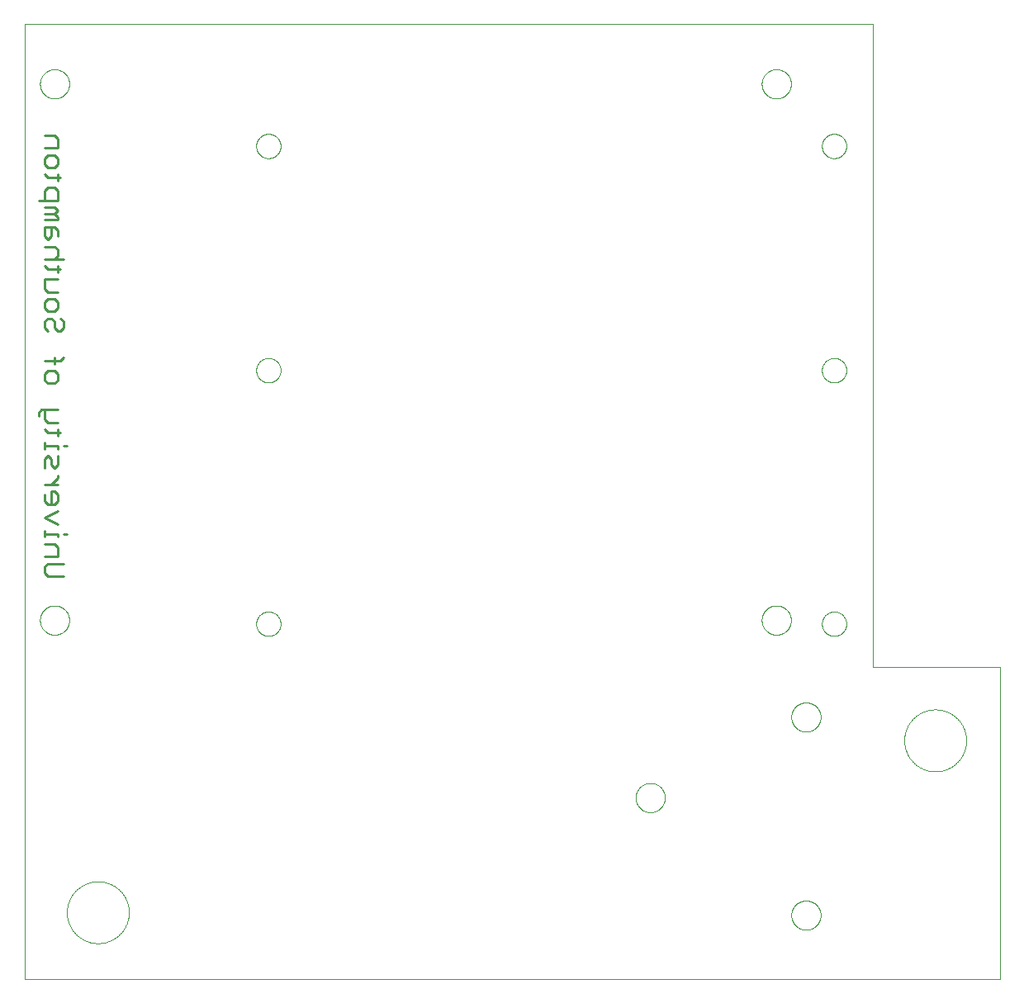
<source format=gbo>
G75*
%MOIN*%
%OFA0B0*%
%FSLAX25Y25*%
%IPPOS*%
%LPD*%
%AMOC8*
5,1,8,0,0,1.08239X$1,22.5*
%
%ADD10C,0.00000*%
%ADD11C,0.00900*%
D10*
X0017623Y0012379D02*
X0017623Y0398206D01*
X0360143Y0398206D01*
X0360143Y0138363D01*
X0411324Y0138363D01*
X0411324Y0012379D01*
X0017623Y0012379D01*
X0034808Y0039343D02*
X0034812Y0039650D01*
X0034823Y0039956D01*
X0034842Y0040263D01*
X0034868Y0040568D01*
X0034902Y0040873D01*
X0034943Y0041177D01*
X0034992Y0041480D01*
X0035048Y0041782D01*
X0035112Y0042082D01*
X0035183Y0042380D01*
X0035261Y0042677D01*
X0035346Y0042972D01*
X0035439Y0043264D01*
X0035539Y0043554D01*
X0035646Y0043842D01*
X0035760Y0044127D01*
X0035880Y0044409D01*
X0036008Y0044687D01*
X0036143Y0044963D01*
X0036284Y0045235D01*
X0036432Y0045504D01*
X0036586Y0045769D01*
X0036747Y0046030D01*
X0036915Y0046288D01*
X0037088Y0046541D01*
X0037268Y0046789D01*
X0037454Y0047033D01*
X0037645Y0047273D01*
X0037843Y0047508D01*
X0038046Y0047737D01*
X0038255Y0047962D01*
X0038469Y0048182D01*
X0038689Y0048396D01*
X0038914Y0048605D01*
X0039143Y0048808D01*
X0039378Y0049006D01*
X0039618Y0049197D01*
X0039862Y0049383D01*
X0040110Y0049563D01*
X0040363Y0049736D01*
X0040621Y0049904D01*
X0040882Y0050065D01*
X0041147Y0050219D01*
X0041416Y0050367D01*
X0041688Y0050508D01*
X0041964Y0050643D01*
X0042242Y0050771D01*
X0042524Y0050891D01*
X0042809Y0051005D01*
X0043097Y0051112D01*
X0043387Y0051212D01*
X0043679Y0051305D01*
X0043974Y0051390D01*
X0044271Y0051468D01*
X0044569Y0051539D01*
X0044869Y0051603D01*
X0045171Y0051659D01*
X0045474Y0051708D01*
X0045778Y0051749D01*
X0046083Y0051783D01*
X0046388Y0051809D01*
X0046695Y0051828D01*
X0047001Y0051839D01*
X0047308Y0051843D01*
X0047615Y0051839D01*
X0047921Y0051828D01*
X0048228Y0051809D01*
X0048533Y0051783D01*
X0048838Y0051749D01*
X0049142Y0051708D01*
X0049445Y0051659D01*
X0049747Y0051603D01*
X0050047Y0051539D01*
X0050345Y0051468D01*
X0050642Y0051390D01*
X0050937Y0051305D01*
X0051229Y0051212D01*
X0051519Y0051112D01*
X0051807Y0051005D01*
X0052092Y0050891D01*
X0052374Y0050771D01*
X0052652Y0050643D01*
X0052928Y0050508D01*
X0053200Y0050367D01*
X0053469Y0050219D01*
X0053734Y0050065D01*
X0053995Y0049904D01*
X0054253Y0049736D01*
X0054506Y0049563D01*
X0054754Y0049383D01*
X0054998Y0049197D01*
X0055238Y0049006D01*
X0055473Y0048808D01*
X0055702Y0048605D01*
X0055927Y0048396D01*
X0056147Y0048182D01*
X0056361Y0047962D01*
X0056570Y0047737D01*
X0056773Y0047508D01*
X0056971Y0047273D01*
X0057162Y0047033D01*
X0057348Y0046789D01*
X0057528Y0046541D01*
X0057701Y0046288D01*
X0057869Y0046030D01*
X0058030Y0045769D01*
X0058184Y0045504D01*
X0058332Y0045235D01*
X0058473Y0044963D01*
X0058608Y0044687D01*
X0058736Y0044409D01*
X0058856Y0044127D01*
X0058970Y0043842D01*
X0059077Y0043554D01*
X0059177Y0043264D01*
X0059270Y0042972D01*
X0059355Y0042677D01*
X0059433Y0042380D01*
X0059504Y0042082D01*
X0059568Y0041782D01*
X0059624Y0041480D01*
X0059673Y0041177D01*
X0059714Y0040873D01*
X0059748Y0040568D01*
X0059774Y0040263D01*
X0059793Y0039956D01*
X0059804Y0039650D01*
X0059808Y0039343D01*
X0059804Y0039036D01*
X0059793Y0038730D01*
X0059774Y0038423D01*
X0059748Y0038118D01*
X0059714Y0037813D01*
X0059673Y0037509D01*
X0059624Y0037206D01*
X0059568Y0036904D01*
X0059504Y0036604D01*
X0059433Y0036306D01*
X0059355Y0036009D01*
X0059270Y0035714D01*
X0059177Y0035422D01*
X0059077Y0035132D01*
X0058970Y0034844D01*
X0058856Y0034559D01*
X0058736Y0034277D01*
X0058608Y0033999D01*
X0058473Y0033723D01*
X0058332Y0033451D01*
X0058184Y0033182D01*
X0058030Y0032917D01*
X0057869Y0032656D01*
X0057701Y0032398D01*
X0057528Y0032145D01*
X0057348Y0031897D01*
X0057162Y0031653D01*
X0056971Y0031413D01*
X0056773Y0031178D01*
X0056570Y0030949D01*
X0056361Y0030724D01*
X0056147Y0030504D01*
X0055927Y0030290D01*
X0055702Y0030081D01*
X0055473Y0029878D01*
X0055238Y0029680D01*
X0054998Y0029489D01*
X0054754Y0029303D01*
X0054506Y0029123D01*
X0054253Y0028950D01*
X0053995Y0028782D01*
X0053734Y0028621D01*
X0053469Y0028467D01*
X0053200Y0028319D01*
X0052928Y0028178D01*
X0052652Y0028043D01*
X0052374Y0027915D01*
X0052092Y0027795D01*
X0051807Y0027681D01*
X0051519Y0027574D01*
X0051229Y0027474D01*
X0050937Y0027381D01*
X0050642Y0027296D01*
X0050345Y0027218D01*
X0050047Y0027147D01*
X0049747Y0027083D01*
X0049445Y0027027D01*
X0049142Y0026978D01*
X0048838Y0026937D01*
X0048533Y0026903D01*
X0048228Y0026877D01*
X0047921Y0026858D01*
X0047615Y0026847D01*
X0047308Y0026843D01*
X0047001Y0026847D01*
X0046695Y0026858D01*
X0046388Y0026877D01*
X0046083Y0026903D01*
X0045778Y0026937D01*
X0045474Y0026978D01*
X0045171Y0027027D01*
X0044869Y0027083D01*
X0044569Y0027147D01*
X0044271Y0027218D01*
X0043974Y0027296D01*
X0043679Y0027381D01*
X0043387Y0027474D01*
X0043097Y0027574D01*
X0042809Y0027681D01*
X0042524Y0027795D01*
X0042242Y0027915D01*
X0041964Y0028043D01*
X0041688Y0028178D01*
X0041416Y0028319D01*
X0041147Y0028467D01*
X0040882Y0028621D01*
X0040621Y0028782D01*
X0040363Y0028950D01*
X0040110Y0029123D01*
X0039862Y0029303D01*
X0039618Y0029489D01*
X0039378Y0029680D01*
X0039143Y0029878D01*
X0038914Y0030081D01*
X0038689Y0030290D01*
X0038469Y0030504D01*
X0038255Y0030724D01*
X0038046Y0030949D01*
X0037843Y0031178D01*
X0037645Y0031413D01*
X0037454Y0031653D01*
X0037268Y0031897D01*
X0037088Y0032145D01*
X0036915Y0032398D01*
X0036747Y0032656D01*
X0036586Y0032917D01*
X0036432Y0033182D01*
X0036284Y0033451D01*
X0036143Y0033723D01*
X0036008Y0033999D01*
X0035880Y0034277D01*
X0035760Y0034559D01*
X0035646Y0034844D01*
X0035539Y0035132D01*
X0035439Y0035422D01*
X0035346Y0035714D01*
X0035261Y0036009D01*
X0035183Y0036306D01*
X0035112Y0036604D01*
X0035048Y0036904D01*
X0034992Y0037206D01*
X0034943Y0037509D01*
X0034902Y0037813D01*
X0034868Y0038118D01*
X0034842Y0038423D01*
X0034823Y0038730D01*
X0034812Y0039036D01*
X0034808Y0039343D01*
X0111206Y0155843D02*
X0111208Y0155983D01*
X0111214Y0156123D01*
X0111224Y0156262D01*
X0111238Y0156401D01*
X0111256Y0156540D01*
X0111277Y0156678D01*
X0111303Y0156816D01*
X0111333Y0156953D01*
X0111366Y0157088D01*
X0111404Y0157223D01*
X0111445Y0157357D01*
X0111490Y0157490D01*
X0111538Y0157621D01*
X0111591Y0157750D01*
X0111647Y0157879D01*
X0111706Y0158005D01*
X0111770Y0158130D01*
X0111836Y0158253D01*
X0111907Y0158374D01*
X0111980Y0158493D01*
X0112057Y0158610D01*
X0112138Y0158724D01*
X0112221Y0158836D01*
X0112308Y0158946D01*
X0112398Y0159054D01*
X0112490Y0159158D01*
X0112586Y0159260D01*
X0112685Y0159360D01*
X0112786Y0159456D01*
X0112890Y0159550D01*
X0112997Y0159640D01*
X0113106Y0159727D01*
X0113218Y0159812D01*
X0113332Y0159893D01*
X0113448Y0159971D01*
X0113566Y0160045D01*
X0113687Y0160116D01*
X0113809Y0160184D01*
X0113934Y0160248D01*
X0114060Y0160309D01*
X0114187Y0160366D01*
X0114317Y0160419D01*
X0114448Y0160469D01*
X0114580Y0160514D01*
X0114713Y0160557D01*
X0114848Y0160595D01*
X0114983Y0160629D01*
X0115120Y0160660D01*
X0115257Y0160687D01*
X0115395Y0160709D01*
X0115534Y0160728D01*
X0115673Y0160743D01*
X0115812Y0160754D01*
X0115952Y0160761D01*
X0116092Y0160764D01*
X0116232Y0160763D01*
X0116372Y0160758D01*
X0116511Y0160749D01*
X0116651Y0160736D01*
X0116790Y0160719D01*
X0116928Y0160698D01*
X0117066Y0160674D01*
X0117203Y0160645D01*
X0117339Y0160613D01*
X0117474Y0160576D01*
X0117608Y0160536D01*
X0117741Y0160492D01*
X0117872Y0160444D01*
X0118002Y0160393D01*
X0118131Y0160338D01*
X0118258Y0160279D01*
X0118383Y0160216D01*
X0118506Y0160151D01*
X0118628Y0160081D01*
X0118747Y0160008D01*
X0118865Y0159932D01*
X0118980Y0159853D01*
X0119093Y0159770D01*
X0119203Y0159684D01*
X0119311Y0159595D01*
X0119416Y0159503D01*
X0119519Y0159408D01*
X0119619Y0159310D01*
X0119716Y0159210D01*
X0119810Y0159106D01*
X0119902Y0159000D01*
X0119990Y0158892D01*
X0120075Y0158781D01*
X0120157Y0158667D01*
X0120236Y0158551D01*
X0120311Y0158434D01*
X0120383Y0158314D01*
X0120451Y0158192D01*
X0120516Y0158068D01*
X0120578Y0157942D01*
X0120636Y0157815D01*
X0120690Y0157686D01*
X0120741Y0157555D01*
X0120787Y0157423D01*
X0120830Y0157290D01*
X0120870Y0157156D01*
X0120905Y0157021D01*
X0120937Y0156884D01*
X0120964Y0156747D01*
X0120988Y0156609D01*
X0121008Y0156471D01*
X0121024Y0156332D01*
X0121036Y0156192D01*
X0121044Y0156053D01*
X0121048Y0155913D01*
X0121048Y0155773D01*
X0121044Y0155633D01*
X0121036Y0155494D01*
X0121024Y0155354D01*
X0121008Y0155215D01*
X0120988Y0155077D01*
X0120964Y0154939D01*
X0120937Y0154802D01*
X0120905Y0154665D01*
X0120870Y0154530D01*
X0120830Y0154396D01*
X0120787Y0154263D01*
X0120741Y0154131D01*
X0120690Y0154000D01*
X0120636Y0153871D01*
X0120578Y0153744D01*
X0120516Y0153618D01*
X0120451Y0153494D01*
X0120383Y0153372D01*
X0120311Y0153252D01*
X0120236Y0153135D01*
X0120157Y0153019D01*
X0120075Y0152905D01*
X0119990Y0152794D01*
X0119902Y0152686D01*
X0119810Y0152580D01*
X0119716Y0152476D01*
X0119619Y0152376D01*
X0119519Y0152278D01*
X0119416Y0152183D01*
X0119311Y0152091D01*
X0119203Y0152002D01*
X0119093Y0151916D01*
X0118980Y0151833D01*
X0118865Y0151754D01*
X0118747Y0151678D01*
X0118628Y0151605D01*
X0118506Y0151535D01*
X0118383Y0151470D01*
X0118258Y0151407D01*
X0118131Y0151348D01*
X0118002Y0151293D01*
X0117872Y0151242D01*
X0117741Y0151194D01*
X0117608Y0151150D01*
X0117474Y0151110D01*
X0117339Y0151073D01*
X0117203Y0151041D01*
X0117066Y0151012D01*
X0116928Y0150988D01*
X0116790Y0150967D01*
X0116651Y0150950D01*
X0116511Y0150937D01*
X0116372Y0150928D01*
X0116232Y0150923D01*
X0116092Y0150922D01*
X0115952Y0150925D01*
X0115812Y0150932D01*
X0115673Y0150943D01*
X0115534Y0150958D01*
X0115395Y0150977D01*
X0115257Y0150999D01*
X0115120Y0151026D01*
X0114983Y0151057D01*
X0114848Y0151091D01*
X0114713Y0151129D01*
X0114580Y0151172D01*
X0114448Y0151217D01*
X0114317Y0151267D01*
X0114187Y0151320D01*
X0114060Y0151377D01*
X0113934Y0151438D01*
X0113809Y0151502D01*
X0113687Y0151570D01*
X0113566Y0151641D01*
X0113448Y0151715D01*
X0113332Y0151793D01*
X0113218Y0151874D01*
X0113106Y0151959D01*
X0112997Y0152046D01*
X0112890Y0152136D01*
X0112786Y0152230D01*
X0112685Y0152326D01*
X0112586Y0152426D01*
X0112490Y0152528D01*
X0112398Y0152632D01*
X0112308Y0152740D01*
X0112221Y0152850D01*
X0112138Y0152962D01*
X0112057Y0153076D01*
X0111980Y0153193D01*
X0111907Y0153312D01*
X0111836Y0153433D01*
X0111770Y0153556D01*
X0111706Y0153681D01*
X0111647Y0153807D01*
X0111591Y0153936D01*
X0111538Y0154065D01*
X0111490Y0154196D01*
X0111445Y0154329D01*
X0111404Y0154463D01*
X0111366Y0154598D01*
X0111333Y0154733D01*
X0111303Y0154870D01*
X0111277Y0155008D01*
X0111256Y0155146D01*
X0111238Y0155285D01*
X0111224Y0155424D01*
X0111214Y0155563D01*
X0111208Y0155703D01*
X0111206Y0155843D01*
X0023914Y0157316D02*
X0023916Y0157469D01*
X0023922Y0157623D01*
X0023932Y0157776D01*
X0023946Y0157928D01*
X0023964Y0158081D01*
X0023986Y0158232D01*
X0024011Y0158383D01*
X0024041Y0158534D01*
X0024075Y0158684D01*
X0024112Y0158832D01*
X0024153Y0158980D01*
X0024198Y0159126D01*
X0024247Y0159272D01*
X0024300Y0159416D01*
X0024356Y0159558D01*
X0024416Y0159699D01*
X0024480Y0159839D01*
X0024547Y0159977D01*
X0024618Y0160113D01*
X0024693Y0160247D01*
X0024770Y0160379D01*
X0024852Y0160509D01*
X0024936Y0160637D01*
X0025024Y0160763D01*
X0025115Y0160886D01*
X0025209Y0161007D01*
X0025307Y0161125D01*
X0025407Y0161241D01*
X0025511Y0161354D01*
X0025617Y0161465D01*
X0025726Y0161573D01*
X0025838Y0161678D01*
X0025952Y0161779D01*
X0026070Y0161878D01*
X0026189Y0161974D01*
X0026311Y0162067D01*
X0026436Y0162156D01*
X0026563Y0162243D01*
X0026692Y0162325D01*
X0026823Y0162405D01*
X0026956Y0162481D01*
X0027091Y0162554D01*
X0027228Y0162623D01*
X0027367Y0162688D01*
X0027507Y0162750D01*
X0027649Y0162808D01*
X0027792Y0162863D01*
X0027937Y0162914D01*
X0028083Y0162961D01*
X0028230Y0163004D01*
X0028378Y0163043D01*
X0028527Y0163079D01*
X0028677Y0163110D01*
X0028828Y0163138D01*
X0028979Y0163162D01*
X0029132Y0163182D01*
X0029284Y0163198D01*
X0029437Y0163210D01*
X0029590Y0163218D01*
X0029743Y0163222D01*
X0029897Y0163222D01*
X0030050Y0163218D01*
X0030203Y0163210D01*
X0030356Y0163198D01*
X0030508Y0163182D01*
X0030661Y0163162D01*
X0030812Y0163138D01*
X0030963Y0163110D01*
X0031113Y0163079D01*
X0031262Y0163043D01*
X0031410Y0163004D01*
X0031557Y0162961D01*
X0031703Y0162914D01*
X0031848Y0162863D01*
X0031991Y0162808D01*
X0032133Y0162750D01*
X0032273Y0162688D01*
X0032412Y0162623D01*
X0032549Y0162554D01*
X0032684Y0162481D01*
X0032817Y0162405D01*
X0032948Y0162325D01*
X0033077Y0162243D01*
X0033204Y0162156D01*
X0033329Y0162067D01*
X0033451Y0161974D01*
X0033570Y0161878D01*
X0033688Y0161779D01*
X0033802Y0161678D01*
X0033914Y0161573D01*
X0034023Y0161465D01*
X0034129Y0161354D01*
X0034233Y0161241D01*
X0034333Y0161125D01*
X0034431Y0161007D01*
X0034525Y0160886D01*
X0034616Y0160763D01*
X0034704Y0160637D01*
X0034788Y0160509D01*
X0034870Y0160379D01*
X0034947Y0160247D01*
X0035022Y0160113D01*
X0035093Y0159977D01*
X0035160Y0159839D01*
X0035224Y0159699D01*
X0035284Y0159558D01*
X0035340Y0159416D01*
X0035393Y0159272D01*
X0035442Y0159126D01*
X0035487Y0158980D01*
X0035528Y0158832D01*
X0035565Y0158684D01*
X0035599Y0158534D01*
X0035629Y0158383D01*
X0035654Y0158232D01*
X0035676Y0158081D01*
X0035694Y0157928D01*
X0035708Y0157776D01*
X0035718Y0157623D01*
X0035724Y0157469D01*
X0035726Y0157316D01*
X0035724Y0157163D01*
X0035718Y0157009D01*
X0035708Y0156856D01*
X0035694Y0156704D01*
X0035676Y0156551D01*
X0035654Y0156400D01*
X0035629Y0156249D01*
X0035599Y0156098D01*
X0035565Y0155948D01*
X0035528Y0155800D01*
X0035487Y0155652D01*
X0035442Y0155506D01*
X0035393Y0155360D01*
X0035340Y0155216D01*
X0035284Y0155074D01*
X0035224Y0154933D01*
X0035160Y0154793D01*
X0035093Y0154655D01*
X0035022Y0154519D01*
X0034947Y0154385D01*
X0034870Y0154253D01*
X0034788Y0154123D01*
X0034704Y0153995D01*
X0034616Y0153869D01*
X0034525Y0153746D01*
X0034431Y0153625D01*
X0034333Y0153507D01*
X0034233Y0153391D01*
X0034129Y0153278D01*
X0034023Y0153167D01*
X0033914Y0153059D01*
X0033802Y0152954D01*
X0033688Y0152853D01*
X0033570Y0152754D01*
X0033451Y0152658D01*
X0033329Y0152565D01*
X0033204Y0152476D01*
X0033077Y0152389D01*
X0032948Y0152307D01*
X0032817Y0152227D01*
X0032684Y0152151D01*
X0032549Y0152078D01*
X0032412Y0152009D01*
X0032273Y0151944D01*
X0032133Y0151882D01*
X0031991Y0151824D01*
X0031848Y0151769D01*
X0031703Y0151718D01*
X0031557Y0151671D01*
X0031410Y0151628D01*
X0031262Y0151589D01*
X0031113Y0151553D01*
X0030963Y0151522D01*
X0030812Y0151494D01*
X0030661Y0151470D01*
X0030508Y0151450D01*
X0030356Y0151434D01*
X0030203Y0151422D01*
X0030050Y0151414D01*
X0029897Y0151410D01*
X0029743Y0151410D01*
X0029590Y0151414D01*
X0029437Y0151422D01*
X0029284Y0151434D01*
X0029132Y0151450D01*
X0028979Y0151470D01*
X0028828Y0151494D01*
X0028677Y0151522D01*
X0028527Y0151553D01*
X0028378Y0151589D01*
X0028230Y0151628D01*
X0028083Y0151671D01*
X0027937Y0151718D01*
X0027792Y0151769D01*
X0027649Y0151824D01*
X0027507Y0151882D01*
X0027367Y0151944D01*
X0027228Y0152009D01*
X0027091Y0152078D01*
X0026956Y0152151D01*
X0026823Y0152227D01*
X0026692Y0152307D01*
X0026563Y0152389D01*
X0026436Y0152476D01*
X0026311Y0152565D01*
X0026189Y0152658D01*
X0026070Y0152754D01*
X0025952Y0152853D01*
X0025838Y0152954D01*
X0025726Y0153059D01*
X0025617Y0153167D01*
X0025511Y0153278D01*
X0025407Y0153391D01*
X0025307Y0153507D01*
X0025209Y0153625D01*
X0025115Y0153746D01*
X0025024Y0153869D01*
X0024936Y0153995D01*
X0024852Y0154123D01*
X0024770Y0154253D01*
X0024693Y0154385D01*
X0024618Y0154519D01*
X0024547Y0154655D01*
X0024480Y0154793D01*
X0024416Y0154933D01*
X0024356Y0155074D01*
X0024300Y0155216D01*
X0024247Y0155360D01*
X0024198Y0155506D01*
X0024153Y0155652D01*
X0024112Y0155800D01*
X0024075Y0155948D01*
X0024041Y0156098D01*
X0024011Y0156249D01*
X0023986Y0156400D01*
X0023964Y0156551D01*
X0023946Y0156704D01*
X0023932Y0156856D01*
X0023922Y0157009D01*
X0023916Y0157163D01*
X0023914Y0157316D01*
X0111206Y0258206D02*
X0111208Y0258346D01*
X0111214Y0258486D01*
X0111224Y0258625D01*
X0111238Y0258764D01*
X0111256Y0258903D01*
X0111277Y0259041D01*
X0111303Y0259179D01*
X0111333Y0259316D01*
X0111366Y0259451D01*
X0111404Y0259586D01*
X0111445Y0259720D01*
X0111490Y0259853D01*
X0111538Y0259984D01*
X0111591Y0260113D01*
X0111647Y0260242D01*
X0111706Y0260368D01*
X0111770Y0260493D01*
X0111836Y0260616D01*
X0111907Y0260737D01*
X0111980Y0260856D01*
X0112057Y0260973D01*
X0112138Y0261087D01*
X0112221Y0261199D01*
X0112308Y0261309D01*
X0112398Y0261417D01*
X0112490Y0261521D01*
X0112586Y0261623D01*
X0112685Y0261723D01*
X0112786Y0261819D01*
X0112890Y0261913D01*
X0112997Y0262003D01*
X0113106Y0262090D01*
X0113218Y0262175D01*
X0113332Y0262256D01*
X0113448Y0262334D01*
X0113566Y0262408D01*
X0113687Y0262479D01*
X0113809Y0262547D01*
X0113934Y0262611D01*
X0114060Y0262672D01*
X0114187Y0262729D01*
X0114317Y0262782D01*
X0114448Y0262832D01*
X0114580Y0262877D01*
X0114713Y0262920D01*
X0114848Y0262958D01*
X0114983Y0262992D01*
X0115120Y0263023D01*
X0115257Y0263050D01*
X0115395Y0263072D01*
X0115534Y0263091D01*
X0115673Y0263106D01*
X0115812Y0263117D01*
X0115952Y0263124D01*
X0116092Y0263127D01*
X0116232Y0263126D01*
X0116372Y0263121D01*
X0116511Y0263112D01*
X0116651Y0263099D01*
X0116790Y0263082D01*
X0116928Y0263061D01*
X0117066Y0263037D01*
X0117203Y0263008D01*
X0117339Y0262976D01*
X0117474Y0262939D01*
X0117608Y0262899D01*
X0117741Y0262855D01*
X0117872Y0262807D01*
X0118002Y0262756D01*
X0118131Y0262701D01*
X0118258Y0262642D01*
X0118383Y0262579D01*
X0118506Y0262514D01*
X0118628Y0262444D01*
X0118747Y0262371D01*
X0118865Y0262295D01*
X0118980Y0262216D01*
X0119093Y0262133D01*
X0119203Y0262047D01*
X0119311Y0261958D01*
X0119416Y0261866D01*
X0119519Y0261771D01*
X0119619Y0261673D01*
X0119716Y0261573D01*
X0119810Y0261469D01*
X0119902Y0261363D01*
X0119990Y0261255D01*
X0120075Y0261144D01*
X0120157Y0261030D01*
X0120236Y0260914D01*
X0120311Y0260797D01*
X0120383Y0260677D01*
X0120451Y0260555D01*
X0120516Y0260431D01*
X0120578Y0260305D01*
X0120636Y0260178D01*
X0120690Y0260049D01*
X0120741Y0259918D01*
X0120787Y0259786D01*
X0120830Y0259653D01*
X0120870Y0259519D01*
X0120905Y0259384D01*
X0120937Y0259247D01*
X0120964Y0259110D01*
X0120988Y0258972D01*
X0121008Y0258834D01*
X0121024Y0258695D01*
X0121036Y0258555D01*
X0121044Y0258416D01*
X0121048Y0258276D01*
X0121048Y0258136D01*
X0121044Y0257996D01*
X0121036Y0257857D01*
X0121024Y0257717D01*
X0121008Y0257578D01*
X0120988Y0257440D01*
X0120964Y0257302D01*
X0120937Y0257165D01*
X0120905Y0257028D01*
X0120870Y0256893D01*
X0120830Y0256759D01*
X0120787Y0256626D01*
X0120741Y0256494D01*
X0120690Y0256363D01*
X0120636Y0256234D01*
X0120578Y0256107D01*
X0120516Y0255981D01*
X0120451Y0255857D01*
X0120383Y0255735D01*
X0120311Y0255615D01*
X0120236Y0255498D01*
X0120157Y0255382D01*
X0120075Y0255268D01*
X0119990Y0255157D01*
X0119902Y0255049D01*
X0119810Y0254943D01*
X0119716Y0254839D01*
X0119619Y0254739D01*
X0119519Y0254641D01*
X0119416Y0254546D01*
X0119311Y0254454D01*
X0119203Y0254365D01*
X0119093Y0254279D01*
X0118980Y0254196D01*
X0118865Y0254117D01*
X0118747Y0254041D01*
X0118628Y0253968D01*
X0118506Y0253898D01*
X0118383Y0253833D01*
X0118258Y0253770D01*
X0118131Y0253711D01*
X0118002Y0253656D01*
X0117872Y0253605D01*
X0117741Y0253557D01*
X0117608Y0253513D01*
X0117474Y0253473D01*
X0117339Y0253436D01*
X0117203Y0253404D01*
X0117066Y0253375D01*
X0116928Y0253351D01*
X0116790Y0253330D01*
X0116651Y0253313D01*
X0116511Y0253300D01*
X0116372Y0253291D01*
X0116232Y0253286D01*
X0116092Y0253285D01*
X0115952Y0253288D01*
X0115812Y0253295D01*
X0115673Y0253306D01*
X0115534Y0253321D01*
X0115395Y0253340D01*
X0115257Y0253362D01*
X0115120Y0253389D01*
X0114983Y0253420D01*
X0114848Y0253454D01*
X0114713Y0253492D01*
X0114580Y0253535D01*
X0114448Y0253580D01*
X0114317Y0253630D01*
X0114187Y0253683D01*
X0114060Y0253740D01*
X0113934Y0253801D01*
X0113809Y0253865D01*
X0113687Y0253933D01*
X0113566Y0254004D01*
X0113448Y0254078D01*
X0113332Y0254156D01*
X0113218Y0254237D01*
X0113106Y0254322D01*
X0112997Y0254409D01*
X0112890Y0254499D01*
X0112786Y0254593D01*
X0112685Y0254689D01*
X0112586Y0254789D01*
X0112490Y0254891D01*
X0112398Y0254995D01*
X0112308Y0255103D01*
X0112221Y0255213D01*
X0112138Y0255325D01*
X0112057Y0255439D01*
X0111980Y0255556D01*
X0111907Y0255675D01*
X0111836Y0255796D01*
X0111770Y0255919D01*
X0111706Y0256044D01*
X0111647Y0256170D01*
X0111591Y0256299D01*
X0111538Y0256428D01*
X0111490Y0256559D01*
X0111445Y0256692D01*
X0111404Y0256826D01*
X0111366Y0256961D01*
X0111333Y0257096D01*
X0111303Y0257233D01*
X0111277Y0257371D01*
X0111256Y0257509D01*
X0111238Y0257648D01*
X0111224Y0257787D01*
X0111214Y0257926D01*
X0111208Y0258066D01*
X0111206Y0258206D01*
X0111206Y0348757D02*
X0111208Y0348897D01*
X0111214Y0349037D01*
X0111224Y0349176D01*
X0111238Y0349315D01*
X0111256Y0349454D01*
X0111277Y0349592D01*
X0111303Y0349730D01*
X0111333Y0349867D01*
X0111366Y0350002D01*
X0111404Y0350137D01*
X0111445Y0350271D01*
X0111490Y0350404D01*
X0111538Y0350535D01*
X0111591Y0350664D01*
X0111647Y0350793D01*
X0111706Y0350919D01*
X0111770Y0351044D01*
X0111836Y0351167D01*
X0111907Y0351288D01*
X0111980Y0351407D01*
X0112057Y0351524D01*
X0112138Y0351638D01*
X0112221Y0351750D01*
X0112308Y0351860D01*
X0112398Y0351968D01*
X0112490Y0352072D01*
X0112586Y0352174D01*
X0112685Y0352274D01*
X0112786Y0352370D01*
X0112890Y0352464D01*
X0112997Y0352554D01*
X0113106Y0352641D01*
X0113218Y0352726D01*
X0113332Y0352807D01*
X0113448Y0352885D01*
X0113566Y0352959D01*
X0113687Y0353030D01*
X0113809Y0353098D01*
X0113934Y0353162D01*
X0114060Y0353223D01*
X0114187Y0353280D01*
X0114317Y0353333D01*
X0114448Y0353383D01*
X0114580Y0353428D01*
X0114713Y0353471D01*
X0114848Y0353509D01*
X0114983Y0353543D01*
X0115120Y0353574D01*
X0115257Y0353601D01*
X0115395Y0353623D01*
X0115534Y0353642D01*
X0115673Y0353657D01*
X0115812Y0353668D01*
X0115952Y0353675D01*
X0116092Y0353678D01*
X0116232Y0353677D01*
X0116372Y0353672D01*
X0116511Y0353663D01*
X0116651Y0353650D01*
X0116790Y0353633D01*
X0116928Y0353612D01*
X0117066Y0353588D01*
X0117203Y0353559D01*
X0117339Y0353527D01*
X0117474Y0353490D01*
X0117608Y0353450D01*
X0117741Y0353406D01*
X0117872Y0353358D01*
X0118002Y0353307D01*
X0118131Y0353252D01*
X0118258Y0353193D01*
X0118383Y0353130D01*
X0118506Y0353065D01*
X0118628Y0352995D01*
X0118747Y0352922D01*
X0118865Y0352846D01*
X0118980Y0352767D01*
X0119093Y0352684D01*
X0119203Y0352598D01*
X0119311Y0352509D01*
X0119416Y0352417D01*
X0119519Y0352322D01*
X0119619Y0352224D01*
X0119716Y0352124D01*
X0119810Y0352020D01*
X0119902Y0351914D01*
X0119990Y0351806D01*
X0120075Y0351695D01*
X0120157Y0351581D01*
X0120236Y0351465D01*
X0120311Y0351348D01*
X0120383Y0351228D01*
X0120451Y0351106D01*
X0120516Y0350982D01*
X0120578Y0350856D01*
X0120636Y0350729D01*
X0120690Y0350600D01*
X0120741Y0350469D01*
X0120787Y0350337D01*
X0120830Y0350204D01*
X0120870Y0350070D01*
X0120905Y0349935D01*
X0120937Y0349798D01*
X0120964Y0349661D01*
X0120988Y0349523D01*
X0121008Y0349385D01*
X0121024Y0349246D01*
X0121036Y0349106D01*
X0121044Y0348967D01*
X0121048Y0348827D01*
X0121048Y0348687D01*
X0121044Y0348547D01*
X0121036Y0348408D01*
X0121024Y0348268D01*
X0121008Y0348129D01*
X0120988Y0347991D01*
X0120964Y0347853D01*
X0120937Y0347716D01*
X0120905Y0347579D01*
X0120870Y0347444D01*
X0120830Y0347310D01*
X0120787Y0347177D01*
X0120741Y0347045D01*
X0120690Y0346914D01*
X0120636Y0346785D01*
X0120578Y0346658D01*
X0120516Y0346532D01*
X0120451Y0346408D01*
X0120383Y0346286D01*
X0120311Y0346166D01*
X0120236Y0346049D01*
X0120157Y0345933D01*
X0120075Y0345819D01*
X0119990Y0345708D01*
X0119902Y0345600D01*
X0119810Y0345494D01*
X0119716Y0345390D01*
X0119619Y0345290D01*
X0119519Y0345192D01*
X0119416Y0345097D01*
X0119311Y0345005D01*
X0119203Y0344916D01*
X0119093Y0344830D01*
X0118980Y0344747D01*
X0118865Y0344668D01*
X0118747Y0344592D01*
X0118628Y0344519D01*
X0118506Y0344449D01*
X0118383Y0344384D01*
X0118258Y0344321D01*
X0118131Y0344262D01*
X0118002Y0344207D01*
X0117872Y0344156D01*
X0117741Y0344108D01*
X0117608Y0344064D01*
X0117474Y0344024D01*
X0117339Y0343987D01*
X0117203Y0343955D01*
X0117066Y0343926D01*
X0116928Y0343902D01*
X0116790Y0343881D01*
X0116651Y0343864D01*
X0116511Y0343851D01*
X0116372Y0343842D01*
X0116232Y0343837D01*
X0116092Y0343836D01*
X0115952Y0343839D01*
X0115812Y0343846D01*
X0115673Y0343857D01*
X0115534Y0343872D01*
X0115395Y0343891D01*
X0115257Y0343913D01*
X0115120Y0343940D01*
X0114983Y0343971D01*
X0114848Y0344005D01*
X0114713Y0344043D01*
X0114580Y0344086D01*
X0114448Y0344131D01*
X0114317Y0344181D01*
X0114187Y0344234D01*
X0114060Y0344291D01*
X0113934Y0344352D01*
X0113809Y0344416D01*
X0113687Y0344484D01*
X0113566Y0344555D01*
X0113448Y0344629D01*
X0113332Y0344707D01*
X0113218Y0344788D01*
X0113106Y0344873D01*
X0112997Y0344960D01*
X0112890Y0345050D01*
X0112786Y0345144D01*
X0112685Y0345240D01*
X0112586Y0345340D01*
X0112490Y0345442D01*
X0112398Y0345546D01*
X0112308Y0345654D01*
X0112221Y0345764D01*
X0112138Y0345876D01*
X0112057Y0345990D01*
X0111980Y0346107D01*
X0111907Y0346226D01*
X0111836Y0346347D01*
X0111770Y0346470D01*
X0111706Y0346595D01*
X0111647Y0346721D01*
X0111591Y0346850D01*
X0111538Y0346979D01*
X0111490Y0347110D01*
X0111445Y0347243D01*
X0111404Y0347377D01*
X0111366Y0347512D01*
X0111333Y0347647D01*
X0111303Y0347784D01*
X0111277Y0347922D01*
X0111256Y0348060D01*
X0111238Y0348199D01*
X0111224Y0348338D01*
X0111214Y0348477D01*
X0111208Y0348617D01*
X0111206Y0348757D01*
X0023914Y0373851D02*
X0023916Y0374004D01*
X0023922Y0374158D01*
X0023932Y0374311D01*
X0023946Y0374463D01*
X0023964Y0374616D01*
X0023986Y0374767D01*
X0024011Y0374918D01*
X0024041Y0375069D01*
X0024075Y0375219D01*
X0024112Y0375367D01*
X0024153Y0375515D01*
X0024198Y0375661D01*
X0024247Y0375807D01*
X0024300Y0375951D01*
X0024356Y0376093D01*
X0024416Y0376234D01*
X0024480Y0376374D01*
X0024547Y0376512D01*
X0024618Y0376648D01*
X0024693Y0376782D01*
X0024770Y0376914D01*
X0024852Y0377044D01*
X0024936Y0377172D01*
X0025024Y0377298D01*
X0025115Y0377421D01*
X0025209Y0377542D01*
X0025307Y0377660D01*
X0025407Y0377776D01*
X0025511Y0377889D01*
X0025617Y0378000D01*
X0025726Y0378108D01*
X0025838Y0378213D01*
X0025952Y0378314D01*
X0026070Y0378413D01*
X0026189Y0378509D01*
X0026311Y0378602D01*
X0026436Y0378691D01*
X0026563Y0378778D01*
X0026692Y0378860D01*
X0026823Y0378940D01*
X0026956Y0379016D01*
X0027091Y0379089D01*
X0027228Y0379158D01*
X0027367Y0379223D01*
X0027507Y0379285D01*
X0027649Y0379343D01*
X0027792Y0379398D01*
X0027937Y0379449D01*
X0028083Y0379496D01*
X0028230Y0379539D01*
X0028378Y0379578D01*
X0028527Y0379614D01*
X0028677Y0379645D01*
X0028828Y0379673D01*
X0028979Y0379697D01*
X0029132Y0379717D01*
X0029284Y0379733D01*
X0029437Y0379745D01*
X0029590Y0379753D01*
X0029743Y0379757D01*
X0029897Y0379757D01*
X0030050Y0379753D01*
X0030203Y0379745D01*
X0030356Y0379733D01*
X0030508Y0379717D01*
X0030661Y0379697D01*
X0030812Y0379673D01*
X0030963Y0379645D01*
X0031113Y0379614D01*
X0031262Y0379578D01*
X0031410Y0379539D01*
X0031557Y0379496D01*
X0031703Y0379449D01*
X0031848Y0379398D01*
X0031991Y0379343D01*
X0032133Y0379285D01*
X0032273Y0379223D01*
X0032412Y0379158D01*
X0032549Y0379089D01*
X0032684Y0379016D01*
X0032817Y0378940D01*
X0032948Y0378860D01*
X0033077Y0378778D01*
X0033204Y0378691D01*
X0033329Y0378602D01*
X0033451Y0378509D01*
X0033570Y0378413D01*
X0033688Y0378314D01*
X0033802Y0378213D01*
X0033914Y0378108D01*
X0034023Y0378000D01*
X0034129Y0377889D01*
X0034233Y0377776D01*
X0034333Y0377660D01*
X0034431Y0377542D01*
X0034525Y0377421D01*
X0034616Y0377298D01*
X0034704Y0377172D01*
X0034788Y0377044D01*
X0034870Y0376914D01*
X0034947Y0376782D01*
X0035022Y0376648D01*
X0035093Y0376512D01*
X0035160Y0376374D01*
X0035224Y0376234D01*
X0035284Y0376093D01*
X0035340Y0375951D01*
X0035393Y0375807D01*
X0035442Y0375661D01*
X0035487Y0375515D01*
X0035528Y0375367D01*
X0035565Y0375219D01*
X0035599Y0375069D01*
X0035629Y0374918D01*
X0035654Y0374767D01*
X0035676Y0374616D01*
X0035694Y0374463D01*
X0035708Y0374311D01*
X0035718Y0374158D01*
X0035724Y0374004D01*
X0035726Y0373851D01*
X0035724Y0373698D01*
X0035718Y0373544D01*
X0035708Y0373391D01*
X0035694Y0373239D01*
X0035676Y0373086D01*
X0035654Y0372935D01*
X0035629Y0372784D01*
X0035599Y0372633D01*
X0035565Y0372483D01*
X0035528Y0372335D01*
X0035487Y0372187D01*
X0035442Y0372041D01*
X0035393Y0371895D01*
X0035340Y0371751D01*
X0035284Y0371609D01*
X0035224Y0371468D01*
X0035160Y0371328D01*
X0035093Y0371190D01*
X0035022Y0371054D01*
X0034947Y0370920D01*
X0034870Y0370788D01*
X0034788Y0370658D01*
X0034704Y0370530D01*
X0034616Y0370404D01*
X0034525Y0370281D01*
X0034431Y0370160D01*
X0034333Y0370042D01*
X0034233Y0369926D01*
X0034129Y0369813D01*
X0034023Y0369702D01*
X0033914Y0369594D01*
X0033802Y0369489D01*
X0033688Y0369388D01*
X0033570Y0369289D01*
X0033451Y0369193D01*
X0033329Y0369100D01*
X0033204Y0369011D01*
X0033077Y0368924D01*
X0032948Y0368842D01*
X0032817Y0368762D01*
X0032684Y0368686D01*
X0032549Y0368613D01*
X0032412Y0368544D01*
X0032273Y0368479D01*
X0032133Y0368417D01*
X0031991Y0368359D01*
X0031848Y0368304D01*
X0031703Y0368253D01*
X0031557Y0368206D01*
X0031410Y0368163D01*
X0031262Y0368124D01*
X0031113Y0368088D01*
X0030963Y0368057D01*
X0030812Y0368029D01*
X0030661Y0368005D01*
X0030508Y0367985D01*
X0030356Y0367969D01*
X0030203Y0367957D01*
X0030050Y0367949D01*
X0029897Y0367945D01*
X0029743Y0367945D01*
X0029590Y0367949D01*
X0029437Y0367957D01*
X0029284Y0367969D01*
X0029132Y0367985D01*
X0028979Y0368005D01*
X0028828Y0368029D01*
X0028677Y0368057D01*
X0028527Y0368088D01*
X0028378Y0368124D01*
X0028230Y0368163D01*
X0028083Y0368206D01*
X0027937Y0368253D01*
X0027792Y0368304D01*
X0027649Y0368359D01*
X0027507Y0368417D01*
X0027367Y0368479D01*
X0027228Y0368544D01*
X0027091Y0368613D01*
X0026956Y0368686D01*
X0026823Y0368762D01*
X0026692Y0368842D01*
X0026563Y0368924D01*
X0026436Y0369011D01*
X0026311Y0369100D01*
X0026189Y0369193D01*
X0026070Y0369289D01*
X0025952Y0369388D01*
X0025838Y0369489D01*
X0025726Y0369594D01*
X0025617Y0369702D01*
X0025511Y0369813D01*
X0025407Y0369926D01*
X0025307Y0370042D01*
X0025209Y0370160D01*
X0025115Y0370281D01*
X0025024Y0370404D01*
X0024936Y0370530D01*
X0024852Y0370658D01*
X0024770Y0370788D01*
X0024693Y0370920D01*
X0024618Y0371054D01*
X0024547Y0371190D01*
X0024480Y0371328D01*
X0024416Y0371468D01*
X0024356Y0371609D01*
X0024300Y0371751D01*
X0024247Y0371895D01*
X0024198Y0372041D01*
X0024153Y0372187D01*
X0024112Y0372335D01*
X0024075Y0372483D01*
X0024041Y0372633D01*
X0024011Y0372784D01*
X0023986Y0372935D01*
X0023964Y0373086D01*
X0023946Y0373239D01*
X0023932Y0373391D01*
X0023922Y0373544D01*
X0023916Y0373698D01*
X0023914Y0373851D01*
X0264363Y0085646D02*
X0264365Y0085799D01*
X0264371Y0085953D01*
X0264381Y0086106D01*
X0264395Y0086258D01*
X0264413Y0086411D01*
X0264435Y0086562D01*
X0264460Y0086713D01*
X0264490Y0086864D01*
X0264524Y0087014D01*
X0264561Y0087162D01*
X0264602Y0087310D01*
X0264647Y0087456D01*
X0264696Y0087602D01*
X0264749Y0087746D01*
X0264805Y0087888D01*
X0264865Y0088029D01*
X0264929Y0088169D01*
X0264996Y0088307D01*
X0265067Y0088443D01*
X0265142Y0088577D01*
X0265219Y0088709D01*
X0265301Y0088839D01*
X0265385Y0088967D01*
X0265473Y0089093D01*
X0265564Y0089216D01*
X0265658Y0089337D01*
X0265756Y0089455D01*
X0265856Y0089571D01*
X0265960Y0089684D01*
X0266066Y0089795D01*
X0266175Y0089903D01*
X0266287Y0090008D01*
X0266401Y0090109D01*
X0266519Y0090208D01*
X0266638Y0090304D01*
X0266760Y0090397D01*
X0266885Y0090486D01*
X0267012Y0090573D01*
X0267141Y0090655D01*
X0267272Y0090735D01*
X0267405Y0090811D01*
X0267540Y0090884D01*
X0267677Y0090953D01*
X0267816Y0091018D01*
X0267956Y0091080D01*
X0268098Y0091138D01*
X0268241Y0091193D01*
X0268386Y0091244D01*
X0268532Y0091291D01*
X0268679Y0091334D01*
X0268827Y0091373D01*
X0268976Y0091409D01*
X0269126Y0091440D01*
X0269277Y0091468D01*
X0269428Y0091492D01*
X0269581Y0091512D01*
X0269733Y0091528D01*
X0269886Y0091540D01*
X0270039Y0091548D01*
X0270192Y0091552D01*
X0270346Y0091552D01*
X0270499Y0091548D01*
X0270652Y0091540D01*
X0270805Y0091528D01*
X0270957Y0091512D01*
X0271110Y0091492D01*
X0271261Y0091468D01*
X0271412Y0091440D01*
X0271562Y0091409D01*
X0271711Y0091373D01*
X0271859Y0091334D01*
X0272006Y0091291D01*
X0272152Y0091244D01*
X0272297Y0091193D01*
X0272440Y0091138D01*
X0272582Y0091080D01*
X0272722Y0091018D01*
X0272861Y0090953D01*
X0272998Y0090884D01*
X0273133Y0090811D01*
X0273266Y0090735D01*
X0273397Y0090655D01*
X0273526Y0090573D01*
X0273653Y0090486D01*
X0273778Y0090397D01*
X0273900Y0090304D01*
X0274019Y0090208D01*
X0274137Y0090109D01*
X0274251Y0090008D01*
X0274363Y0089903D01*
X0274472Y0089795D01*
X0274578Y0089684D01*
X0274682Y0089571D01*
X0274782Y0089455D01*
X0274880Y0089337D01*
X0274974Y0089216D01*
X0275065Y0089093D01*
X0275153Y0088967D01*
X0275237Y0088839D01*
X0275319Y0088709D01*
X0275396Y0088577D01*
X0275471Y0088443D01*
X0275542Y0088307D01*
X0275609Y0088169D01*
X0275673Y0088029D01*
X0275733Y0087888D01*
X0275789Y0087746D01*
X0275842Y0087602D01*
X0275891Y0087456D01*
X0275936Y0087310D01*
X0275977Y0087162D01*
X0276014Y0087014D01*
X0276048Y0086864D01*
X0276078Y0086713D01*
X0276103Y0086562D01*
X0276125Y0086411D01*
X0276143Y0086258D01*
X0276157Y0086106D01*
X0276167Y0085953D01*
X0276173Y0085799D01*
X0276175Y0085646D01*
X0276173Y0085493D01*
X0276167Y0085339D01*
X0276157Y0085186D01*
X0276143Y0085034D01*
X0276125Y0084881D01*
X0276103Y0084730D01*
X0276078Y0084579D01*
X0276048Y0084428D01*
X0276014Y0084278D01*
X0275977Y0084130D01*
X0275936Y0083982D01*
X0275891Y0083836D01*
X0275842Y0083690D01*
X0275789Y0083546D01*
X0275733Y0083404D01*
X0275673Y0083263D01*
X0275609Y0083123D01*
X0275542Y0082985D01*
X0275471Y0082849D01*
X0275396Y0082715D01*
X0275319Y0082583D01*
X0275237Y0082453D01*
X0275153Y0082325D01*
X0275065Y0082199D01*
X0274974Y0082076D01*
X0274880Y0081955D01*
X0274782Y0081837D01*
X0274682Y0081721D01*
X0274578Y0081608D01*
X0274472Y0081497D01*
X0274363Y0081389D01*
X0274251Y0081284D01*
X0274137Y0081183D01*
X0274019Y0081084D01*
X0273900Y0080988D01*
X0273778Y0080895D01*
X0273653Y0080806D01*
X0273526Y0080719D01*
X0273397Y0080637D01*
X0273266Y0080557D01*
X0273133Y0080481D01*
X0272998Y0080408D01*
X0272861Y0080339D01*
X0272722Y0080274D01*
X0272582Y0080212D01*
X0272440Y0080154D01*
X0272297Y0080099D01*
X0272152Y0080048D01*
X0272006Y0080001D01*
X0271859Y0079958D01*
X0271711Y0079919D01*
X0271562Y0079883D01*
X0271412Y0079852D01*
X0271261Y0079824D01*
X0271110Y0079800D01*
X0270957Y0079780D01*
X0270805Y0079764D01*
X0270652Y0079752D01*
X0270499Y0079744D01*
X0270346Y0079740D01*
X0270192Y0079740D01*
X0270039Y0079744D01*
X0269886Y0079752D01*
X0269733Y0079764D01*
X0269581Y0079780D01*
X0269428Y0079800D01*
X0269277Y0079824D01*
X0269126Y0079852D01*
X0268976Y0079883D01*
X0268827Y0079919D01*
X0268679Y0079958D01*
X0268532Y0080001D01*
X0268386Y0080048D01*
X0268241Y0080099D01*
X0268098Y0080154D01*
X0267956Y0080212D01*
X0267816Y0080274D01*
X0267677Y0080339D01*
X0267540Y0080408D01*
X0267405Y0080481D01*
X0267272Y0080557D01*
X0267141Y0080637D01*
X0267012Y0080719D01*
X0266885Y0080806D01*
X0266760Y0080895D01*
X0266638Y0080988D01*
X0266519Y0081084D01*
X0266401Y0081183D01*
X0266287Y0081284D01*
X0266175Y0081389D01*
X0266066Y0081497D01*
X0265960Y0081608D01*
X0265856Y0081721D01*
X0265756Y0081837D01*
X0265658Y0081955D01*
X0265564Y0082076D01*
X0265473Y0082199D01*
X0265385Y0082325D01*
X0265301Y0082453D01*
X0265219Y0082583D01*
X0265142Y0082715D01*
X0265067Y0082849D01*
X0264996Y0082985D01*
X0264929Y0083123D01*
X0264865Y0083263D01*
X0264805Y0083404D01*
X0264749Y0083546D01*
X0264696Y0083690D01*
X0264647Y0083836D01*
X0264602Y0083982D01*
X0264561Y0084130D01*
X0264524Y0084278D01*
X0264490Y0084428D01*
X0264460Y0084579D01*
X0264435Y0084730D01*
X0264413Y0084881D01*
X0264395Y0085034D01*
X0264381Y0085186D01*
X0264371Y0085339D01*
X0264365Y0085493D01*
X0264363Y0085646D01*
X0327205Y0118166D02*
X0327207Y0118319D01*
X0327213Y0118473D01*
X0327223Y0118626D01*
X0327237Y0118778D01*
X0327255Y0118931D01*
X0327277Y0119082D01*
X0327302Y0119233D01*
X0327332Y0119384D01*
X0327366Y0119534D01*
X0327403Y0119682D01*
X0327444Y0119830D01*
X0327489Y0119976D01*
X0327538Y0120122D01*
X0327591Y0120266D01*
X0327647Y0120408D01*
X0327707Y0120549D01*
X0327771Y0120689D01*
X0327838Y0120827D01*
X0327909Y0120963D01*
X0327984Y0121097D01*
X0328061Y0121229D01*
X0328143Y0121359D01*
X0328227Y0121487D01*
X0328315Y0121613D01*
X0328406Y0121736D01*
X0328500Y0121857D01*
X0328598Y0121975D01*
X0328698Y0122091D01*
X0328802Y0122204D01*
X0328908Y0122315D01*
X0329017Y0122423D01*
X0329129Y0122528D01*
X0329243Y0122629D01*
X0329361Y0122728D01*
X0329480Y0122824D01*
X0329602Y0122917D01*
X0329727Y0123006D01*
X0329854Y0123093D01*
X0329983Y0123175D01*
X0330114Y0123255D01*
X0330247Y0123331D01*
X0330382Y0123404D01*
X0330519Y0123473D01*
X0330658Y0123538D01*
X0330798Y0123600D01*
X0330940Y0123658D01*
X0331083Y0123713D01*
X0331228Y0123764D01*
X0331374Y0123811D01*
X0331521Y0123854D01*
X0331669Y0123893D01*
X0331818Y0123929D01*
X0331968Y0123960D01*
X0332119Y0123988D01*
X0332270Y0124012D01*
X0332423Y0124032D01*
X0332575Y0124048D01*
X0332728Y0124060D01*
X0332881Y0124068D01*
X0333034Y0124072D01*
X0333188Y0124072D01*
X0333341Y0124068D01*
X0333494Y0124060D01*
X0333647Y0124048D01*
X0333799Y0124032D01*
X0333952Y0124012D01*
X0334103Y0123988D01*
X0334254Y0123960D01*
X0334404Y0123929D01*
X0334553Y0123893D01*
X0334701Y0123854D01*
X0334848Y0123811D01*
X0334994Y0123764D01*
X0335139Y0123713D01*
X0335282Y0123658D01*
X0335424Y0123600D01*
X0335564Y0123538D01*
X0335703Y0123473D01*
X0335840Y0123404D01*
X0335975Y0123331D01*
X0336108Y0123255D01*
X0336239Y0123175D01*
X0336368Y0123093D01*
X0336495Y0123006D01*
X0336620Y0122917D01*
X0336742Y0122824D01*
X0336861Y0122728D01*
X0336979Y0122629D01*
X0337093Y0122528D01*
X0337205Y0122423D01*
X0337314Y0122315D01*
X0337420Y0122204D01*
X0337524Y0122091D01*
X0337624Y0121975D01*
X0337722Y0121857D01*
X0337816Y0121736D01*
X0337907Y0121613D01*
X0337995Y0121487D01*
X0338079Y0121359D01*
X0338161Y0121229D01*
X0338238Y0121097D01*
X0338313Y0120963D01*
X0338384Y0120827D01*
X0338451Y0120689D01*
X0338515Y0120549D01*
X0338575Y0120408D01*
X0338631Y0120266D01*
X0338684Y0120122D01*
X0338733Y0119976D01*
X0338778Y0119830D01*
X0338819Y0119682D01*
X0338856Y0119534D01*
X0338890Y0119384D01*
X0338920Y0119233D01*
X0338945Y0119082D01*
X0338967Y0118931D01*
X0338985Y0118778D01*
X0338999Y0118626D01*
X0339009Y0118473D01*
X0339015Y0118319D01*
X0339017Y0118166D01*
X0339015Y0118013D01*
X0339009Y0117859D01*
X0338999Y0117706D01*
X0338985Y0117554D01*
X0338967Y0117401D01*
X0338945Y0117250D01*
X0338920Y0117099D01*
X0338890Y0116948D01*
X0338856Y0116798D01*
X0338819Y0116650D01*
X0338778Y0116502D01*
X0338733Y0116356D01*
X0338684Y0116210D01*
X0338631Y0116066D01*
X0338575Y0115924D01*
X0338515Y0115783D01*
X0338451Y0115643D01*
X0338384Y0115505D01*
X0338313Y0115369D01*
X0338238Y0115235D01*
X0338161Y0115103D01*
X0338079Y0114973D01*
X0337995Y0114845D01*
X0337907Y0114719D01*
X0337816Y0114596D01*
X0337722Y0114475D01*
X0337624Y0114357D01*
X0337524Y0114241D01*
X0337420Y0114128D01*
X0337314Y0114017D01*
X0337205Y0113909D01*
X0337093Y0113804D01*
X0336979Y0113703D01*
X0336861Y0113604D01*
X0336742Y0113508D01*
X0336620Y0113415D01*
X0336495Y0113326D01*
X0336368Y0113239D01*
X0336239Y0113157D01*
X0336108Y0113077D01*
X0335975Y0113001D01*
X0335840Y0112928D01*
X0335703Y0112859D01*
X0335564Y0112794D01*
X0335424Y0112732D01*
X0335282Y0112674D01*
X0335139Y0112619D01*
X0334994Y0112568D01*
X0334848Y0112521D01*
X0334701Y0112478D01*
X0334553Y0112439D01*
X0334404Y0112403D01*
X0334254Y0112372D01*
X0334103Y0112344D01*
X0333952Y0112320D01*
X0333799Y0112300D01*
X0333647Y0112284D01*
X0333494Y0112272D01*
X0333341Y0112264D01*
X0333188Y0112260D01*
X0333034Y0112260D01*
X0332881Y0112264D01*
X0332728Y0112272D01*
X0332575Y0112284D01*
X0332423Y0112300D01*
X0332270Y0112320D01*
X0332119Y0112344D01*
X0331968Y0112372D01*
X0331818Y0112403D01*
X0331669Y0112439D01*
X0331521Y0112478D01*
X0331374Y0112521D01*
X0331228Y0112568D01*
X0331083Y0112619D01*
X0330940Y0112674D01*
X0330798Y0112732D01*
X0330658Y0112794D01*
X0330519Y0112859D01*
X0330382Y0112928D01*
X0330247Y0113001D01*
X0330114Y0113077D01*
X0329983Y0113157D01*
X0329854Y0113239D01*
X0329727Y0113326D01*
X0329602Y0113415D01*
X0329480Y0113508D01*
X0329361Y0113604D01*
X0329243Y0113703D01*
X0329129Y0113804D01*
X0329017Y0113909D01*
X0328908Y0114017D01*
X0328802Y0114128D01*
X0328698Y0114241D01*
X0328598Y0114357D01*
X0328500Y0114475D01*
X0328406Y0114596D01*
X0328315Y0114719D01*
X0328227Y0114845D01*
X0328143Y0114973D01*
X0328061Y0115103D01*
X0327984Y0115235D01*
X0327909Y0115369D01*
X0327838Y0115505D01*
X0327771Y0115643D01*
X0327707Y0115783D01*
X0327647Y0115924D01*
X0327591Y0116066D01*
X0327538Y0116210D01*
X0327489Y0116356D01*
X0327444Y0116502D01*
X0327403Y0116650D01*
X0327366Y0116798D01*
X0327332Y0116948D01*
X0327302Y0117099D01*
X0327277Y0117250D01*
X0327255Y0117401D01*
X0327237Y0117554D01*
X0327223Y0117706D01*
X0327213Y0117859D01*
X0327207Y0118013D01*
X0327205Y0118166D01*
X0339552Y0155843D02*
X0339554Y0155983D01*
X0339560Y0156123D01*
X0339570Y0156262D01*
X0339584Y0156401D01*
X0339602Y0156540D01*
X0339623Y0156678D01*
X0339649Y0156816D01*
X0339679Y0156953D01*
X0339712Y0157088D01*
X0339750Y0157223D01*
X0339791Y0157357D01*
X0339836Y0157490D01*
X0339884Y0157621D01*
X0339937Y0157750D01*
X0339993Y0157879D01*
X0340052Y0158005D01*
X0340116Y0158130D01*
X0340182Y0158253D01*
X0340253Y0158374D01*
X0340326Y0158493D01*
X0340403Y0158610D01*
X0340484Y0158724D01*
X0340567Y0158836D01*
X0340654Y0158946D01*
X0340744Y0159054D01*
X0340836Y0159158D01*
X0340932Y0159260D01*
X0341031Y0159360D01*
X0341132Y0159456D01*
X0341236Y0159550D01*
X0341343Y0159640D01*
X0341452Y0159727D01*
X0341564Y0159812D01*
X0341678Y0159893D01*
X0341794Y0159971D01*
X0341912Y0160045D01*
X0342033Y0160116D01*
X0342155Y0160184D01*
X0342280Y0160248D01*
X0342406Y0160309D01*
X0342533Y0160366D01*
X0342663Y0160419D01*
X0342794Y0160469D01*
X0342926Y0160514D01*
X0343059Y0160557D01*
X0343194Y0160595D01*
X0343329Y0160629D01*
X0343466Y0160660D01*
X0343603Y0160687D01*
X0343741Y0160709D01*
X0343880Y0160728D01*
X0344019Y0160743D01*
X0344158Y0160754D01*
X0344298Y0160761D01*
X0344438Y0160764D01*
X0344578Y0160763D01*
X0344718Y0160758D01*
X0344857Y0160749D01*
X0344997Y0160736D01*
X0345136Y0160719D01*
X0345274Y0160698D01*
X0345412Y0160674D01*
X0345549Y0160645D01*
X0345685Y0160613D01*
X0345820Y0160576D01*
X0345954Y0160536D01*
X0346087Y0160492D01*
X0346218Y0160444D01*
X0346348Y0160393D01*
X0346477Y0160338D01*
X0346604Y0160279D01*
X0346729Y0160216D01*
X0346852Y0160151D01*
X0346974Y0160081D01*
X0347093Y0160008D01*
X0347211Y0159932D01*
X0347326Y0159853D01*
X0347439Y0159770D01*
X0347549Y0159684D01*
X0347657Y0159595D01*
X0347762Y0159503D01*
X0347865Y0159408D01*
X0347965Y0159310D01*
X0348062Y0159210D01*
X0348156Y0159106D01*
X0348248Y0159000D01*
X0348336Y0158892D01*
X0348421Y0158781D01*
X0348503Y0158667D01*
X0348582Y0158551D01*
X0348657Y0158434D01*
X0348729Y0158314D01*
X0348797Y0158192D01*
X0348862Y0158068D01*
X0348924Y0157942D01*
X0348982Y0157815D01*
X0349036Y0157686D01*
X0349087Y0157555D01*
X0349133Y0157423D01*
X0349176Y0157290D01*
X0349216Y0157156D01*
X0349251Y0157021D01*
X0349283Y0156884D01*
X0349310Y0156747D01*
X0349334Y0156609D01*
X0349354Y0156471D01*
X0349370Y0156332D01*
X0349382Y0156192D01*
X0349390Y0156053D01*
X0349394Y0155913D01*
X0349394Y0155773D01*
X0349390Y0155633D01*
X0349382Y0155494D01*
X0349370Y0155354D01*
X0349354Y0155215D01*
X0349334Y0155077D01*
X0349310Y0154939D01*
X0349283Y0154802D01*
X0349251Y0154665D01*
X0349216Y0154530D01*
X0349176Y0154396D01*
X0349133Y0154263D01*
X0349087Y0154131D01*
X0349036Y0154000D01*
X0348982Y0153871D01*
X0348924Y0153744D01*
X0348862Y0153618D01*
X0348797Y0153494D01*
X0348729Y0153372D01*
X0348657Y0153252D01*
X0348582Y0153135D01*
X0348503Y0153019D01*
X0348421Y0152905D01*
X0348336Y0152794D01*
X0348248Y0152686D01*
X0348156Y0152580D01*
X0348062Y0152476D01*
X0347965Y0152376D01*
X0347865Y0152278D01*
X0347762Y0152183D01*
X0347657Y0152091D01*
X0347549Y0152002D01*
X0347439Y0151916D01*
X0347326Y0151833D01*
X0347211Y0151754D01*
X0347093Y0151678D01*
X0346974Y0151605D01*
X0346852Y0151535D01*
X0346729Y0151470D01*
X0346604Y0151407D01*
X0346477Y0151348D01*
X0346348Y0151293D01*
X0346218Y0151242D01*
X0346087Y0151194D01*
X0345954Y0151150D01*
X0345820Y0151110D01*
X0345685Y0151073D01*
X0345549Y0151041D01*
X0345412Y0151012D01*
X0345274Y0150988D01*
X0345136Y0150967D01*
X0344997Y0150950D01*
X0344857Y0150937D01*
X0344718Y0150928D01*
X0344578Y0150923D01*
X0344438Y0150922D01*
X0344298Y0150925D01*
X0344158Y0150932D01*
X0344019Y0150943D01*
X0343880Y0150958D01*
X0343741Y0150977D01*
X0343603Y0150999D01*
X0343466Y0151026D01*
X0343329Y0151057D01*
X0343194Y0151091D01*
X0343059Y0151129D01*
X0342926Y0151172D01*
X0342794Y0151217D01*
X0342663Y0151267D01*
X0342533Y0151320D01*
X0342406Y0151377D01*
X0342280Y0151438D01*
X0342155Y0151502D01*
X0342033Y0151570D01*
X0341912Y0151641D01*
X0341794Y0151715D01*
X0341678Y0151793D01*
X0341564Y0151874D01*
X0341452Y0151959D01*
X0341343Y0152046D01*
X0341236Y0152136D01*
X0341132Y0152230D01*
X0341031Y0152326D01*
X0340932Y0152426D01*
X0340836Y0152528D01*
X0340744Y0152632D01*
X0340654Y0152740D01*
X0340567Y0152850D01*
X0340484Y0152962D01*
X0340403Y0153076D01*
X0340326Y0153193D01*
X0340253Y0153312D01*
X0340182Y0153433D01*
X0340116Y0153556D01*
X0340052Y0153681D01*
X0339993Y0153807D01*
X0339937Y0153936D01*
X0339884Y0154065D01*
X0339836Y0154196D01*
X0339791Y0154329D01*
X0339750Y0154463D01*
X0339712Y0154598D01*
X0339679Y0154733D01*
X0339649Y0154870D01*
X0339623Y0155008D01*
X0339602Y0155146D01*
X0339584Y0155285D01*
X0339570Y0155424D01*
X0339560Y0155563D01*
X0339554Y0155703D01*
X0339552Y0155843D01*
X0315252Y0157316D02*
X0315254Y0157469D01*
X0315260Y0157623D01*
X0315270Y0157776D01*
X0315284Y0157928D01*
X0315302Y0158081D01*
X0315324Y0158232D01*
X0315349Y0158383D01*
X0315379Y0158534D01*
X0315413Y0158684D01*
X0315450Y0158832D01*
X0315491Y0158980D01*
X0315536Y0159126D01*
X0315585Y0159272D01*
X0315638Y0159416D01*
X0315694Y0159558D01*
X0315754Y0159699D01*
X0315818Y0159839D01*
X0315885Y0159977D01*
X0315956Y0160113D01*
X0316031Y0160247D01*
X0316108Y0160379D01*
X0316190Y0160509D01*
X0316274Y0160637D01*
X0316362Y0160763D01*
X0316453Y0160886D01*
X0316547Y0161007D01*
X0316645Y0161125D01*
X0316745Y0161241D01*
X0316849Y0161354D01*
X0316955Y0161465D01*
X0317064Y0161573D01*
X0317176Y0161678D01*
X0317290Y0161779D01*
X0317408Y0161878D01*
X0317527Y0161974D01*
X0317649Y0162067D01*
X0317774Y0162156D01*
X0317901Y0162243D01*
X0318030Y0162325D01*
X0318161Y0162405D01*
X0318294Y0162481D01*
X0318429Y0162554D01*
X0318566Y0162623D01*
X0318705Y0162688D01*
X0318845Y0162750D01*
X0318987Y0162808D01*
X0319130Y0162863D01*
X0319275Y0162914D01*
X0319421Y0162961D01*
X0319568Y0163004D01*
X0319716Y0163043D01*
X0319865Y0163079D01*
X0320015Y0163110D01*
X0320166Y0163138D01*
X0320317Y0163162D01*
X0320470Y0163182D01*
X0320622Y0163198D01*
X0320775Y0163210D01*
X0320928Y0163218D01*
X0321081Y0163222D01*
X0321235Y0163222D01*
X0321388Y0163218D01*
X0321541Y0163210D01*
X0321694Y0163198D01*
X0321846Y0163182D01*
X0321999Y0163162D01*
X0322150Y0163138D01*
X0322301Y0163110D01*
X0322451Y0163079D01*
X0322600Y0163043D01*
X0322748Y0163004D01*
X0322895Y0162961D01*
X0323041Y0162914D01*
X0323186Y0162863D01*
X0323329Y0162808D01*
X0323471Y0162750D01*
X0323611Y0162688D01*
X0323750Y0162623D01*
X0323887Y0162554D01*
X0324022Y0162481D01*
X0324155Y0162405D01*
X0324286Y0162325D01*
X0324415Y0162243D01*
X0324542Y0162156D01*
X0324667Y0162067D01*
X0324789Y0161974D01*
X0324908Y0161878D01*
X0325026Y0161779D01*
X0325140Y0161678D01*
X0325252Y0161573D01*
X0325361Y0161465D01*
X0325467Y0161354D01*
X0325571Y0161241D01*
X0325671Y0161125D01*
X0325769Y0161007D01*
X0325863Y0160886D01*
X0325954Y0160763D01*
X0326042Y0160637D01*
X0326126Y0160509D01*
X0326208Y0160379D01*
X0326285Y0160247D01*
X0326360Y0160113D01*
X0326431Y0159977D01*
X0326498Y0159839D01*
X0326562Y0159699D01*
X0326622Y0159558D01*
X0326678Y0159416D01*
X0326731Y0159272D01*
X0326780Y0159126D01*
X0326825Y0158980D01*
X0326866Y0158832D01*
X0326903Y0158684D01*
X0326937Y0158534D01*
X0326967Y0158383D01*
X0326992Y0158232D01*
X0327014Y0158081D01*
X0327032Y0157928D01*
X0327046Y0157776D01*
X0327056Y0157623D01*
X0327062Y0157469D01*
X0327064Y0157316D01*
X0327062Y0157163D01*
X0327056Y0157009D01*
X0327046Y0156856D01*
X0327032Y0156704D01*
X0327014Y0156551D01*
X0326992Y0156400D01*
X0326967Y0156249D01*
X0326937Y0156098D01*
X0326903Y0155948D01*
X0326866Y0155800D01*
X0326825Y0155652D01*
X0326780Y0155506D01*
X0326731Y0155360D01*
X0326678Y0155216D01*
X0326622Y0155074D01*
X0326562Y0154933D01*
X0326498Y0154793D01*
X0326431Y0154655D01*
X0326360Y0154519D01*
X0326285Y0154385D01*
X0326208Y0154253D01*
X0326126Y0154123D01*
X0326042Y0153995D01*
X0325954Y0153869D01*
X0325863Y0153746D01*
X0325769Y0153625D01*
X0325671Y0153507D01*
X0325571Y0153391D01*
X0325467Y0153278D01*
X0325361Y0153167D01*
X0325252Y0153059D01*
X0325140Y0152954D01*
X0325026Y0152853D01*
X0324908Y0152754D01*
X0324789Y0152658D01*
X0324667Y0152565D01*
X0324542Y0152476D01*
X0324415Y0152389D01*
X0324286Y0152307D01*
X0324155Y0152227D01*
X0324022Y0152151D01*
X0323887Y0152078D01*
X0323750Y0152009D01*
X0323611Y0151944D01*
X0323471Y0151882D01*
X0323329Y0151824D01*
X0323186Y0151769D01*
X0323041Y0151718D01*
X0322895Y0151671D01*
X0322748Y0151628D01*
X0322600Y0151589D01*
X0322451Y0151553D01*
X0322301Y0151522D01*
X0322150Y0151494D01*
X0321999Y0151470D01*
X0321846Y0151450D01*
X0321694Y0151434D01*
X0321541Y0151422D01*
X0321388Y0151414D01*
X0321235Y0151410D01*
X0321081Y0151410D01*
X0320928Y0151414D01*
X0320775Y0151422D01*
X0320622Y0151434D01*
X0320470Y0151450D01*
X0320317Y0151470D01*
X0320166Y0151494D01*
X0320015Y0151522D01*
X0319865Y0151553D01*
X0319716Y0151589D01*
X0319568Y0151628D01*
X0319421Y0151671D01*
X0319275Y0151718D01*
X0319130Y0151769D01*
X0318987Y0151824D01*
X0318845Y0151882D01*
X0318705Y0151944D01*
X0318566Y0152009D01*
X0318429Y0152078D01*
X0318294Y0152151D01*
X0318161Y0152227D01*
X0318030Y0152307D01*
X0317901Y0152389D01*
X0317774Y0152476D01*
X0317649Y0152565D01*
X0317527Y0152658D01*
X0317408Y0152754D01*
X0317290Y0152853D01*
X0317176Y0152954D01*
X0317064Y0153059D01*
X0316955Y0153167D01*
X0316849Y0153278D01*
X0316745Y0153391D01*
X0316645Y0153507D01*
X0316547Y0153625D01*
X0316453Y0153746D01*
X0316362Y0153869D01*
X0316274Y0153995D01*
X0316190Y0154123D01*
X0316108Y0154253D01*
X0316031Y0154385D01*
X0315956Y0154519D01*
X0315885Y0154655D01*
X0315818Y0154793D01*
X0315754Y0154933D01*
X0315694Y0155074D01*
X0315638Y0155216D01*
X0315585Y0155360D01*
X0315536Y0155506D01*
X0315491Y0155652D01*
X0315450Y0155800D01*
X0315413Y0155948D01*
X0315379Y0156098D01*
X0315349Y0156249D01*
X0315324Y0156400D01*
X0315302Y0156551D01*
X0315284Y0156704D01*
X0315270Y0156856D01*
X0315260Y0157009D01*
X0315254Y0157163D01*
X0315252Y0157316D01*
X0372800Y0108749D02*
X0372804Y0109056D01*
X0372815Y0109362D01*
X0372834Y0109669D01*
X0372860Y0109974D01*
X0372894Y0110279D01*
X0372935Y0110583D01*
X0372984Y0110886D01*
X0373040Y0111188D01*
X0373104Y0111488D01*
X0373175Y0111786D01*
X0373253Y0112083D01*
X0373338Y0112378D01*
X0373431Y0112670D01*
X0373531Y0112960D01*
X0373638Y0113248D01*
X0373752Y0113533D01*
X0373872Y0113815D01*
X0374000Y0114093D01*
X0374135Y0114369D01*
X0374276Y0114641D01*
X0374424Y0114910D01*
X0374578Y0115175D01*
X0374739Y0115436D01*
X0374907Y0115694D01*
X0375080Y0115947D01*
X0375260Y0116195D01*
X0375446Y0116439D01*
X0375637Y0116679D01*
X0375835Y0116914D01*
X0376038Y0117143D01*
X0376247Y0117368D01*
X0376461Y0117588D01*
X0376681Y0117802D01*
X0376906Y0118011D01*
X0377135Y0118214D01*
X0377370Y0118412D01*
X0377610Y0118603D01*
X0377854Y0118789D01*
X0378102Y0118969D01*
X0378355Y0119142D01*
X0378613Y0119310D01*
X0378874Y0119471D01*
X0379139Y0119625D01*
X0379408Y0119773D01*
X0379680Y0119914D01*
X0379956Y0120049D01*
X0380234Y0120177D01*
X0380516Y0120297D01*
X0380801Y0120411D01*
X0381089Y0120518D01*
X0381379Y0120618D01*
X0381671Y0120711D01*
X0381966Y0120796D01*
X0382263Y0120874D01*
X0382561Y0120945D01*
X0382861Y0121009D01*
X0383163Y0121065D01*
X0383466Y0121114D01*
X0383770Y0121155D01*
X0384075Y0121189D01*
X0384380Y0121215D01*
X0384687Y0121234D01*
X0384993Y0121245D01*
X0385300Y0121249D01*
X0385607Y0121245D01*
X0385913Y0121234D01*
X0386220Y0121215D01*
X0386525Y0121189D01*
X0386830Y0121155D01*
X0387134Y0121114D01*
X0387437Y0121065D01*
X0387739Y0121009D01*
X0388039Y0120945D01*
X0388337Y0120874D01*
X0388634Y0120796D01*
X0388929Y0120711D01*
X0389221Y0120618D01*
X0389511Y0120518D01*
X0389799Y0120411D01*
X0390084Y0120297D01*
X0390366Y0120177D01*
X0390644Y0120049D01*
X0390920Y0119914D01*
X0391192Y0119773D01*
X0391461Y0119625D01*
X0391726Y0119471D01*
X0391987Y0119310D01*
X0392245Y0119142D01*
X0392498Y0118969D01*
X0392746Y0118789D01*
X0392990Y0118603D01*
X0393230Y0118412D01*
X0393465Y0118214D01*
X0393694Y0118011D01*
X0393919Y0117802D01*
X0394139Y0117588D01*
X0394353Y0117368D01*
X0394562Y0117143D01*
X0394765Y0116914D01*
X0394963Y0116679D01*
X0395154Y0116439D01*
X0395340Y0116195D01*
X0395520Y0115947D01*
X0395693Y0115694D01*
X0395861Y0115436D01*
X0396022Y0115175D01*
X0396176Y0114910D01*
X0396324Y0114641D01*
X0396465Y0114369D01*
X0396600Y0114093D01*
X0396728Y0113815D01*
X0396848Y0113533D01*
X0396962Y0113248D01*
X0397069Y0112960D01*
X0397169Y0112670D01*
X0397262Y0112378D01*
X0397347Y0112083D01*
X0397425Y0111786D01*
X0397496Y0111488D01*
X0397560Y0111188D01*
X0397616Y0110886D01*
X0397665Y0110583D01*
X0397706Y0110279D01*
X0397740Y0109974D01*
X0397766Y0109669D01*
X0397785Y0109362D01*
X0397796Y0109056D01*
X0397800Y0108749D01*
X0397796Y0108442D01*
X0397785Y0108136D01*
X0397766Y0107829D01*
X0397740Y0107524D01*
X0397706Y0107219D01*
X0397665Y0106915D01*
X0397616Y0106612D01*
X0397560Y0106310D01*
X0397496Y0106010D01*
X0397425Y0105712D01*
X0397347Y0105415D01*
X0397262Y0105120D01*
X0397169Y0104828D01*
X0397069Y0104538D01*
X0396962Y0104250D01*
X0396848Y0103965D01*
X0396728Y0103683D01*
X0396600Y0103405D01*
X0396465Y0103129D01*
X0396324Y0102857D01*
X0396176Y0102588D01*
X0396022Y0102323D01*
X0395861Y0102062D01*
X0395693Y0101804D01*
X0395520Y0101551D01*
X0395340Y0101303D01*
X0395154Y0101059D01*
X0394963Y0100819D01*
X0394765Y0100584D01*
X0394562Y0100355D01*
X0394353Y0100130D01*
X0394139Y0099910D01*
X0393919Y0099696D01*
X0393694Y0099487D01*
X0393465Y0099284D01*
X0393230Y0099086D01*
X0392990Y0098895D01*
X0392746Y0098709D01*
X0392498Y0098529D01*
X0392245Y0098356D01*
X0391987Y0098188D01*
X0391726Y0098027D01*
X0391461Y0097873D01*
X0391192Y0097725D01*
X0390920Y0097584D01*
X0390644Y0097449D01*
X0390366Y0097321D01*
X0390084Y0097201D01*
X0389799Y0097087D01*
X0389511Y0096980D01*
X0389221Y0096880D01*
X0388929Y0096787D01*
X0388634Y0096702D01*
X0388337Y0096624D01*
X0388039Y0096553D01*
X0387739Y0096489D01*
X0387437Y0096433D01*
X0387134Y0096384D01*
X0386830Y0096343D01*
X0386525Y0096309D01*
X0386220Y0096283D01*
X0385913Y0096264D01*
X0385607Y0096253D01*
X0385300Y0096249D01*
X0384993Y0096253D01*
X0384687Y0096264D01*
X0384380Y0096283D01*
X0384075Y0096309D01*
X0383770Y0096343D01*
X0383466Y0096384D01*
X0383163Y0096433D01*
X0382861Y0096489D01*
X0382561Y0096553D01*
X0382263Y0096624D01*
X0381966Y0096702D01*
X0381671Y0096787D01*
X0381379Y0096880D01*
X0381089Y0096980D01*
X0380801Y0097087D01*
X0380516Y0097201D01*
X0380234Y0097321D01*
X0379956Y0097449D01*
X0379680Y0097584D01*
X0379408Y0097725D01*
X0379139Y0097873D01*
X0378874Y0098027D01*
X0378613Y0098188D01*
X0378355Y0098356D01*
X0378102Y0098529D01*
X0377854Y0098709D01*
X0377610Y0098895D01*
X0377370Y0099086D01*
X0377135Y0099284D01*
X0376906Y0099487D01*
X0376681Y0099696D01*
X0376461Y0099910D01*
X0376247Y0100130D01*
X0376038Y0100355D01*
X0375835Y0100584D01*
X0375637Y0100819D01*
X0375446Y0101059D01*
X0375260Y0101303D01*
X0375080Y0101551D01*
X0374907Y0101804D01*
X0374739Y0102062D01*
X0374578Y0102323D01*
X0374424Y0102588D01*
X0374276Y0102857D01*
X0374135Y0103129D01*
X0374000Y0103405D01*
X0373872Y0103683D01*
X0373752Y0103965D01*
X0373638Y0104250D01*
X0373531Y0104538D01*
X0373431Y0104828D01*
X0373338Y0105120D01*
X0373253Y0105415D01*
X0373175Y0105712D01*
X0373104Y0106010D01*
X0373040Y0106310D01*
X0372984Y0106612D01*
X0372935Y0106915D01*
X0372894Y0107219D01*
X0372860Y0107524D01*
X0372834Y0107829D01*
X0372815Y0108136D01*
X0372804Y0108442D01*
X0372800Y0108749D01*
X0327205Y0038166D02*
X0327207Y0038319D01*
X0327213Y0038473D01*
X0327223Y0038626D01*
X0327237Y0038778D01*
X0327255Y0038931D01*
X0327277Y0039082D01*
X0327302Y0039233D01*
X0327332Y0039384D01*
X0327366Y0039534D01*
X0327403Y0039682D01*
X0327444Y0039830D01*
X0327489Y0039976D01*
X0327538Y0040122D01*
X0327591Y0040266D01*
X0327647Y0040408D01*
X0327707Y0040549D01*
X0327771Y0040689D01*
X0327838Y0040827D01*
X0327909Y0040963D01*
X0327984Y0041097D01*
X0328061Y0041229D01*
X0328143Y0041359D01*
X0328227Y0041487D01*
X0328315Y0041613D01*
X0328406Y0041736D01*
X0328500Y0041857D01*
X0328598Y0041975D01*
X0328698Y0042091D01*
X0328802Y0042204D01*
X0328908Y0042315D01*
X0329017Y0042423D01*
X0329129Y0042528D01*
X0329243Y0042629D01*
X0329361Y0042728D01*
X0329480Y0042824D01*
X0329602Y0042917D01*
X0329727Y0043006D01*
X0329854Y0043093D01*
X0329983Y0043175D01*
X0330114Y0043255D01*
X0330247Y0043331D01*
X0330382Y0043404D01*
X0330519Y0043473D01*
X0330658Y0043538D01*
X0330798Y0043600D01*
X0330940Y0043658D01*
X0331083Y0043713D01*
X0331228Y0043764D01*
X0331374Y0043811D01*
X0331521Y0043854D01*
X0331669Y0043893D01*
X0331818Y0043929D01*
X0331968Y0043960D01*
X0332119Y0043988D01*
X0332270Y0044012D01*
X0332423Y0044032D01*
X0332575Y0044048D01*
X0332728Y0044060D01*
X0332881Y0044068D01*
X0333034Y0044072D01*
X0333188Y0044072D01*
X0333341Y0044068D01*
X0333494Y0044060D01*
X0333647Y0044048D01*
X0333799Y0044032D01*
X0333952Y0044012D01*
X0334103Y0043988D01*
X0334254Y0043960D01*
X0334404Y0043929D01*
X0334553Y0043893D01*
X0334701Y0043854D01*
X0334848Y0043811D01*
X0334994Y0043764D01*
X0335139Y0043713D01*
X0335282Y0043658D01*
X0335424Y0043600D01*
X0335564Y0043538D01*
X0335703Y0043473D01*
X0335840Y0043404D01*
X0335975Y0043331D01*
X0336108Y0043255D01*
X0336239Y0043175D01*
X0336368Y0043093D01*
X0336495Y0043006D01*
X0336620Y0042917D01*
X0336742Y0042824D01*
X0336861Y0042728D01*
X0336979Y0042629D01*
X0337093Y0042528D01*
X0337205Y0042423D01*
X0337314Y0042315D01*
X0337420Y0042204D01*
X0337524Y0042091D01*
X0337624Y0041975D01*
X0337722Y0041857D01*
X0337816Y0041736D01*
X0337907Y0041613D01*
X0337995Y0041487D01*
X0338079Y0041359D01*
X0338161Y0041229D01*
X0338238Y0041097D01*
X0338313Y0040963D01*
X0338384Y0040827D01*
X0338451Y0040689D01*
X0338515Y0040549D01*
X0338575Y0040408D01*
X0338631Y0040266D01*
X0338684Y0040122D01*
X0338733Y0039976D01*
X0338778Y0039830D01*
X0338819Y0039682D01*
X0338856Y0039534D01*
X0338890Y0039384D01*
X0338920Y0039233D01*
X0338945Y0039082D01*
X0338967Y0038931D01*
X0338985Y0038778D01*
X0338999Y0038626D01*
X0339009Y0038473D01*
X0339015Y0038319D01*
X0339017Y0038166D01*
X0339015Y0038013D01*
X0339009Y0037859D01*
X0338999Y0037706D01*
X0338985Y0037554D01*
X0338967Y0037401D01*
X0338945Y0037250D01*
X0338920Y0037099D01*
X0338890Y0036948D01*
X0338856Y0036798D01*
X0338819Y0036650D01*
X0338778Y0036502D01*
X0338733Y0036356D01*
X0338684Y0036210D01*
X0338631Y0036066D01*
X0338575Y0035924D01*
X0338515Y0035783D01*
X0338451Y0035643D01*
X0338384Y0035505D01*
X0338313Y0035369D01*
X0338238Y0035235D01*
X0338161Y0035103D01*
X0338079Y0034973D01*
X0337995Y0034845D01*
X0337907Y0034719D01*
X0337816Y0034596D01*
X0337722Y0034475D01*
X0337624Y0034357D01*
X0337524Y0034241D01*
X0337420Y0034128D01*
X0337314Y0034017D01*
X0337205Y0033909D01*
X0337093Y0033804D01*
X0336979Y0033703D01*
X0336861Y0033604D01*
X0336742Y0033508D01*
X0336620Y0033415D01*
X0336495Y0033326D01*
X0336368Y0033239D01*
X0336239Y0033157D01*
X0336108Y0033077D01*
X0335975Y0033001D01*
X0335840Y0032928D01*
X0335703Y0032859D01*
X0335564Y0032794D01*
X0335424Y0032732D01*
X0335282Y0032674D01*
X0335139Y0032619D01*
X0334994Y0032568D01*
X0334848Y0032521D01*
X0334701Y0032478D01*
X0334553Y0032439D01*
X0334404Y0032403D01*
X0334254Y0032372D01*
X0334103Y0032344D01*
X0333952Y0032320D01*
X0333799Y0032300D01*
X0333647Y0032284D01*
X0333494Y0032272D01*
X0333341Y0032264D01*
X0333188Y0032260D01*
X0333034Y0032260D01*
X0332881Y0032264D01*
X0332728Y0032272D01*
X0332575Y0032284D01*
X0332423Y0032300D01*
X0332270Y0032320D01*
X0332119Y0032344D01*
X0331968Y0032372D01*
X0331818Y0032403D01*
X0331669Y0032439D01*
X0331521Y0032478D01*
X0331374Y0032521D01*
X0331228Y0032568D01*
X0331083Y0032619D01*
X0330940Y0032674D01*
X0330798Y0032732D01*
X0330658Y0032794D01*
X0330519Y0032859D01*
X0330382Y0032928D01*
X0330247Y0033001D01*
X0330114Y0033077D01*
X0329983Y0033157D01*
X0329854Y0033239D01*
X0329727Y0033326D01*
X0329602Y0033415D01*
X0329480Y0033508D01*
X0329361Y0033604D01*
X0329243Y0033703D01*
X0329129Y0033804D01*
X0329017Y0033909D01*
X0328908Y0034017D01*
X0328802Y0034128D01*
X0328698Y0034241D01*
X0328598Y0034357D01*
X0328500Y0034475D01*
X0328406Y0034596D01*
X0328315Y0034719D01*
X0328227Y0034845D01*
X0328143Y0034973D01*
X0328061Y0035103D01*
X0327984Y0035235D01*
X0327909Y0035369D01*
X0327838Y0035505D01*
X0327771Y0035643D01*
X0327707Y0035783D01*
X0327647Y0035924D01*
X0327591Y0036066D01*
X0327538Y0036210D01*
X0327489Y0036356D01*
X0327444Y0036502D01*
X0327403Y0036650D01*
X0327366Y0036798D01*
X0327332Y0036948D01*
X0327302Y0037099D01*
X0327277Y0037250D01*
X0327255Y0037401D01*
X0327237Y0037554D01*
X0327223Y0037706D01*
X0327213Y0037859D01*
X0327207Y0038013D01*
X0327205Y0038166D01*
X0339552Y0258206D02*
X0339554Y0258346D01*
X0339560Y0258486D01*
X0339570Y0258625D01*
X0339584Y0258764D01*
X0339602Y0258903D01*
X0339623Y0259041D01*
X0339649Y0259179D01*
X0339679Y0259316D01*
X0339712Y0259451D01*
X0339750Y0259586D01*
X0339791Y0259720D01*
X0339836Y0259853D01*
X0339884Y0259984D01*
X0339937Y0260113D01*
X0339993Y0260242D01*
X0340052Y0260368D01*
X0340116Y0260493D01*
X0340182Y0260616D01*
X0340253Y0260737D01*
X0340326Y0260856D01*
X0340403Y0260973D01*
X0340484Y0261087D01*
X0340567Y0261199D01*
X0340654Y0261309D01*
X0340744Y0261417D01*
X0340836Y0261521D01*
X0340932Y0261623D01*
X0341031Y0261723D01*
X0341132Y0261819D01*
X0341236Y0261913D01*
X0341343Y0262003D01*
X0341452Y0262090D01*
X0341564Y0262175D01*
X0341678Y0262256D01*
X0341794Y0262334D01*
X0341912Y0262408D01*
X0342033Y0262479D01*
X0342155Y0262547D01*
X0342280Y0262611D01*
X0342406Y0262672D01*
X0342533Y0262729D01*
X0342663Y0262782D01*
X0342794Y0262832D01*
X0342926Y0262877D01*
X0343059Y0262920D01*
X0343194Y0262958D01*
X0343329Y0262992D01*
X0343466Y0263023D01*
X0343603Y0263050D01*
X0343741Y0263072D01*
X0343880Y0263091D01*
X0344019Y0263106D01*
X0344158Y0263117D01*
X0344298Y0263124D01*
X0344438Y0263127D01*
X0344578Y0263126D01*
X0344718Y0263121D01*
X0344857Y0263112D01*
X0344997Y0263099D01*
X0345136Y0263082D01*
X0345274Y0263061D01*
X0345412Y0263037D01*
X0345549Y0263008D01*
X0345685Y0262976D01*
X0345820Y0262939D01*
X0345954Y0262899D01*
X0346087Y0262855D01*
X0346218Y0262807D01*
X0346348Y0262756D01*
X0346477Y0262701D01*
X0346604Y0262642D01*
X0346729Y0262579D01*
X0346852Y0262514D01*
X0346974Y0262444D01*
X0347093Y0262371D01*
X0347211Y0262295D01*
X0347326Y0262216D01*
X0347439Y0262133D01*
X0347549Y0262047D01*
X0347657Y0261958D01*
X0347762Y0261866D01*
X0347865Y0261771D01*
X0347965Y0261673D01*
X0348062Y0261573D01*
X0348156Y0261469D01*
X0348248Y0261363D01*
X0348336Y0261255D01*
X0348421Y0261144D01*
X0348503Y0261030D01*
X0348582Y0260914D01*
X0348657Y0260797D01*
X0348729Y0260677D01*
X0348797Y0260555D01*
X0348862Y0260431D01*
X0348924Y0260305D01*
X0348982Y0260178D01*
X0349036Y0260049D01*
X0349087Y0259918D01*
X0349133Y0259786D01*
X0349176Y0259653D01*
X0349216Y0259519D01*
X0349251Y0259384D01*
X0349283Y0259247D01*
X0349310Y0259110D01*
X0349334Y0258972D01*
X0349354Y0258834D01*
X0349370Y0258695D01*
X0349382Y0258555D01*
X0349390Y0258416D01*
X0349394Y0258276D01*
X0349394Y0258136D01*
X0349390Y0257996D01*
X0349382Y0257857D01*
X0349370Y0257717D01*
X0349354Y0257578D01*
X0349334Y0257440D01*
X0349310Y0257302D01*
X0349283Y0257165D01*
X0349251Y0257028D01*
X0349216Y0256893D01*
X0349176Y0256759D01*
X0349133Y0256626D01*
X0349087Y0256494D01*
X0349036Y0256363D01*
X0348982Y0256234D01*
X0348924Y0256107D01*
X0348862Y0255981D01*
X0348797Y0255857D01*
X0348729Y0255735D01*
X0348657Y0255615D01*
X0348582Y0255498D01*
X0348503Y0255382D01*
X0348421Y0255268D01*
X0348336Y0255157D01*
X0348248Y0255049D01*
X0348156Y0254943D01*
X0348062Y0254839D01*
X0347965Y0254739D01*
X0347865Y0254641D01*
X0347762Y0254546D01*
X0347657Y0254454D01*
X0347549Y0254365D01*
X0347439Y0254279D01*
X0347326Y0254196D01*
X0347211Y0254117D01*
X0347093Y0254041D01*
X0346974Y0253968D01*
X0346852Y0253898D01*
X0346729Y0253833D01*
X0346604Y0253770D01*
X0346477Y0253711D01*
X0346348Y0253656D01*
X0346218Y0253605D01*
X0346087Y0253557D01*
X0345954Y0253513D01*
X0345820Y0253473D01*
X0345685Y0253436D01*
X0345549Y0253404D01*
X0345412Y0253375D01*
X0345274Y0253351D01*
X0345136Y0253330D01*
X0344997Y0253313D01*
X0344857Y0253300D01*
X0344718Y0253291D01*
X0344578Y0253286D01*
X0344438Y0253285D01*
X0344298Y0253288D01*
X0344158Y0253295D01*
X0344019Y0253306D01*
X0343880Y0253321D01*
X0343741Y0253340D01*
X0343603Y0253362D01*
X0343466Y0253389D01*
X0343329Y0253420D01*
X0343194Y0253454D01*
X0343059Y0253492D01*
X0342926Y0253535D01*
X0342794Y0253580D01*
X0342663Y0253630D01*
X0342533Y0253683D01*
X0342406Y0253740D01*
X0342280Y0253801D01*
X0342155Y0253865D01*
X0342033Y0253933D01*
X0341912Y0254004D01*
X0341794Y0254078D01*
X0341678Y0254156D01*
X0341564Y0254237D01*
X0341452Y0254322D01*
X0341343Y0254409D01*
X0341236Y0254499D01*
X0341132Y0254593D01*
X0341031Y0254689D01*
X0340932Y0254789D01*
X0340836Y0254891D01*
X0340744Y0254995D01*
X0340654Y0255103D01*
X0340567Y0255213D01*
X0340484Y0255325D01*
X0340403Y0255439D01*
X0340326Y0255556D01*
X0340253Y0255675D01*
X0340182Y0255796D01*
X0340116Y0255919D01*
X0340052Y0256044D01*
X0339993Y0256170D01*
X0339937Y0256299D01*
X0339884Y0256428D01*
X0339836Y0256559D01*
X0339791Y0256692D01*
X0339750Y0256826D01*
X0339712Y0256961D01*
X0339679Y0257096D01*
X0339649Y0257233D01*
X0339623Y0257371D01*
X0339602Y0257509D01*
X0339584Y0257648D01*
X0339570Y0257787D01*
X0339560Y0257926D01*
X0339554Y0258066D01*
X0339552Y0258206D01*
X0339552Y0348757D02*
X0339554Y0348897D01*
X0339560Y0349037D01*
X0339570Y0349176D01*
X0339584Y0349315D01*
X0339602Y0349454D01*
X0339623Y0349592D01*
X0339649Y0349730D01*
X0339679Y0349867D01*
X0339712Y0350002D01*
X0339750Y0350137D01*
X0339791Y0350271D01*
X0339836Y0350404D01*
X0339884Y0350535D01*
X0339937Y0350664D01*
X0339993Y0350793D01*
X0340052Y0350919D01*
X0340116Y0351044D01*
X0340182Y0351167D01*
X0340253Y0351288D01*
X0340326Y0351407D01*
X0340403Y0351524D01*
X0340484Y0351638D01*
X0340567Y0351750D01*
X0340654Y0351860D01*
X0340744Y0351968D01*
X0340836Y0352072D01*
X0340932Y0352174D01*
X0341031Y0352274D01*
X0341132Y0352370D01*
X0341236Y0352464D01*
X0341343Y0352554D01*
X0341452Y0352641D01*
X0341564Y0352726D01*
X0341678Y0352807D01*
X0341794Y0352885D01*
X0341912Y0352959D01*
X0342033Y0353030D01*
X0342155Y0353098D01*
X0342280Y0353162D01*
X0342406Y0353223D01*
X0342533Y0353280D01*
X0342663Y0353333D01*
X0342794Y0353383D01*
X0342926Y0353428D01*
X0343059Y0353471D01*
X0343194Y0353509D01*
X0343329Y0353543D01*
X0343466Y0353574D01*
X0343603Y0353601D01*
X0343741Y0353623D01*
X0343880Y0353642D01*
X0344019Y0353657D01*
X0344158Y0353668D01*
X0344298Y0353675D01*
X0344438Y0353678D01*
X0344578Y0353677D01*
X0344718Y0353672D01*
X0344857Y0353663D01*
X0344997Y0353650D01*
X0345136Y0353633D01*
X0345274Y0353612D01*
X0345412Y0353588D01*
X0345549Y0353559D01*
X0345685Y0353527D01*
X0345820Y0353490D01*
X0345954Y0353450D01*
X0346087Y0353406D01*
X0346218Y0353358D01*
X0346348Y0353307D01*
X0346477Y0353252D01*
X0346604Y0353193D01*
X0346729Y0353130D01*
X0346852Y0353065D01*
X0346974Y0352995D01*
X0347093Y0352922D01*
X0347211Y0352846D01*
X0347326Y0352767D01*
X0347439Y0352684D01*
X0347549Y0352598D01*
X0347657Y0352509D01*
X0347762Y0352417D01*
X0347865Y0352322D01*
X0347965Y0352224D01*
X0348062Y0352124D01*
X0348156Y0352020D01*
X0348248Y0351914D01*
X0348336Y0351806D01*
X0348421Y0351695D01*
X0348503Y0351581D01*
X0348582Y0351465D01*
X0348657Y0351348D01*
X0348729Y0351228D01*
X0348797Y0351106D01*
X0348862Y0350982D01*
X0348924Y0350856D01*
X0348982Y0350729D01*
X0349036Y0350600D01*
X0349087Y0350469D01*
X0349133Y0350337D01*
X0349176Y0350204D01*
X0349216Y0350070D01*
X0349251Y0349935D01*
X0349283Y0349798D01*
X0349310Y0349661D01*
X0349334Y0349523D01*
X0349354Y0349385D01*
X0349370Y0349246D01*
X0349382Y0349106D01*
X0349390Y0348967D01*
X0349394Y0348827D01*
X0349394Y0348687D01*
X0349390Y0348547D01*
X0349382Y0348408D01*
X0349370Y0348268D01*
X0349354Y0348129D01*
X0349334Y0347991D01*
X0349310Y0347853D01*
X0349283Y0347716D01*
X0349251Y0347579D01*
X0349216Y0347444D01*
X0349176Y0347310D01*
X0349133Y0347177D01*
X0349087Y0347045D01*
X0349036Y0346914D01*
X0348982Y0346785D01*
X0348924Y0346658D01*
X0348862Y0346532D01*
X0348797Y0346408D01*
X0348729Y0346286D01*
X0348657Y0346166D01*
X0348582Y0346049D01*
X0348503Y0345933D01*
X0348421Y0345819D01*
X0348336Y0345708D01*
X0348248Y0345600D01*
X0348156Y0345494D01*
X0348062Y0345390D01*
X0347965Y0345290D01*
X0347865Y0345192D01*
X0347762Y0345097D01*
X0347657Y0345005D01*
X0347549Y0344916D01*
X0347439Y0344830D01*
X0347326Y0344747D01*
X0347211Y0344668D01*
X0347093Y0344592D01*
X0346974Y0344519D01*
X0346852Y0344449D01*
X0346729Y0344384D01*
X0346604Y0344321D01*
X0346477Y0344262D01*
X0346348Y0344207D01*
X0346218Y0344156D01*
X0346087Y0344108D01*
X0345954Y0344064D01*
X0345820Y0344024D01*
X0345685Y0343987D01*
X0345549Y0343955D01*
X0345412Y0343926D01*
X0345274Y0343902D01*
X0345136Y0343881D01*
X0344997Y0343864D01*
X0344857Y0343851D01*
X0344718Y0343842D01*
X0344578Y0343837D01*
X0344438Y0343836D01*
X0344298Y0343839D01*
X0344158Y0343846D01*
X0344019Y0343857D01*
X0343880Y0343872D01*
X0343741Y0343891D01*
X0343603Y0343913D01*
X0343466Y0343940D01*
X0343329Y0343971D01*
X0343194Y0344005D01*
X0343059Y0344043D01*
X0342926Y0344086D01*
X0342794Y0344131D01*
X0342663Y0344181D01*
X0342533Y0344234D01*
X0342406Y0344291D01*
X0342280Y0344352D01*
X0342155Y0344416D01*
X0342033Y0344484D01*
X0341912Y0344555D01*
X0341794Y0344629D01*
X0341678Y0344707D01*
X0341564Y0344788D01*
X0341452Y0344873D01*
X0341343Y0344960D01*
X0341236Y0345050D01*
X0341132Y0345144D01*
X0341031Y0345240D01*
X0340932Y0345340D01*
X0340836Y0345442D01*
X0340744Y0345546D01*
X0340654Y0345654D01*
X0340567Y0345764D01*
X0340484Y0345876D01*
X0340403Y0345990D01*
X0340326Y0346107D01*
X0340253Y0346226D01*
X0340182Y0346347D01*
X0340116Y0346470D01*
X0340052Y0346595D01*
X0339993Y0346721D01*
X0339937Y0346850D01*
X0339884Y0346979D01*
X0339836Y0347110D01*
X0339791Y0347243D01*
X0339750Y0347377D01*
X0339712Y0347512D01*
X0339679Y0347647D01*
X0339649Y0347784D01*
X0339623Y0347922D01*
X0339602Y0348060D01*
X0339584Y0348199D01*
X0339570Y0348338D01*
X0339560Y0348477D01*
X0339554Y0348617D01*
X0339552Y0348757D01*
X0315252Y0373851D02*
X0315254Y0374004D01*
X0315260Y0374158D01*
X0315270Y0374311D01*
X0315284Y0374463D01*
X0315302Y0374616D01*
X0315324Y0374767D01*
X0315349Y0374918D01*
X0315379Y0375069D01*
X0315413Y0375219D01*
X0315450Y0375367D01*
X0315491Y0375515D01*
X0315536Y0375661D01*
X0315585Y0375807D01*
X0315638Y0375951D01*
X0315694Y0376093D01*
X0315754Y0376234D01*
X0315818Y0376374D01*
X0315885Y0376512D01*
X0315956Y0376648D01*
X0316031Y0376782D01*
X0316108Y0376914D01*
X0316190Y0377044D01*
X0316274Y0377172D01*
X0316362Y0377298D01*
X0316453Y0377421D01*
X0316547Y0377542D01*
X0316645Y0377660D01*
X0316745Y0377776D01*
X0316849Y0377889D01*
X0316955Y0378000D01*
X0317064Y0378108D01*
X0317176Y0378213D01*
X0317290Y0378314D01*
X0317408Y0378413D01*
X0317527Y0378509D01*
X0317649Y0378602D01*
X0317774Y0378691D01*
X0317901Y0378778D01*
X0318030Y0378860D01*
X0318161Y0378940D01*
X0318294Y0379016D01*
X0318429Y0379089D01*
X0318566Y0379158D01*
X0318705Y0379223D01*
X0318845Y0379285D01*
X0318987Y0379343D01*
X0319130Y0379398D01*
X0319275Y0379449D01*
X0319421Y0379496D01*
X0319568Y0379539D01*
X0319716Y0379578D01*
X0319865Y0379614D01*
X0320015Y0379645D01*
X0320166Y0379673D01*
X0320317Y0379697D01*
X0320470Y0379717D01*
X0320622Y0379733D01*
X0320775Y0379745D01*
X0320928Y0379753D01*
X0321081Y0379757D01*
X0321235Y0379757D01*
X0321388Y0379753D01*
X0321541Y0379745D01*
X0321694Y0379733D01*
X0321846Y0379717D01*
X0321999Y0379697D01*
X0322150Y0379673D01*
X0322301Y0379645D01*
X0322451Y0379614D01*
X0322600Y0379578D01*
X0322748Y0379539D01*
X0322895Y0379496D01*
X0323041Y0379449D01*
X0323186Y0379398D01*
X0323329Y0379343D01*
X0323471Y0379285D01*
X0323611Y0379223D01*
X0323750Y0379158D01*
X0323887Y0379089D01*
X0324022Y0379016D01*
X0324155Y0378940D01*
X0324286Y0378860D01*
X0324415Y0378778D01*
X0324542Y0378691D01*
X0324667Y0378602D01*
X0324789Y0378509D01*
X0324908Y0378413D01*
X0325026Y0378314D01*
X0325140Y0378213D01*
X0325252Y0378108D01*
X0325361Y0378000D01*
X0325467Y0377889D01*
X0325571Y0377776D01*
X0325671Y0377660D01*
X0325769Y0377542D01*
X0325863Y0377421D01*
X0325954Y0377298D01*
X0326042Y0377172D01*
X0326126Y0377044D01*
X0326208Y0376914D01*
X0326285Y0376782D01*
X0326360Y0376648D01*
X0326431Y0376512D01*
X0326498Y0376374D01*
X0326562Y0376234D01*
X0326622Y0376093D01*
X0326678Y0375951D01*
X0326731Y0375807D01*
X0326780Y0375661D01*
X0326825Y0375515D01*
X0326866Y0375367D01*
X0326903Y0375219D01*
X0326937Y0375069D01*
X0326967Y0374918D01*
X0326992Y0374767D01*
X0327014Y0374616D01*
X0327032Y0374463D01*
X0327046Y0374311D01*
X0327056Y0374158D01*
X0327062Y0374004D01*
X0327064Y0373851D01*
X0327062Y0373698D01*
X0327056Y0373544D01*
X0327046Y0373391D01*
X0327032Y0373239D01*
X0327014Y0373086D01*
X0326992Y0372935D01*
X0326967Y0372784D01*
X0326937Y0372633D01*
X0326903Y0372483D01*
X0326866Y0372335D01*
X0326825Y0372187D01*
X0326780Y0372041D01*
X0326731Y0371895D01*
X0326678Y0371751D01*
X0326622Y0371609D01*
X0326562Y0371468D01*
X0326498Y0371328D01*
X0326431Y0371190D01*
X0326360Y0371054D01*
X0326285Y0370920D01*
X0326208Y0370788D01*
X0326126Y0370658D01*
X0326042Y0370530D01*
X0325954Y0370404D01*
X0325863Y0370281D01*
X0325769Y0370160D01*
X0325671Y0370042D01*
X0325571Y0369926D01*
X0325467Y0369813D01*
X0325361Y0369702D01*
X0325252Y0369594D01*
X0325140Y0369489D01*
X0325026Y0369388D01*
X0324908Y0369289D01*
X0324789Y0369193D01*
X0324667Y0369100D01*
X0324542Y0369011D01*
X0324415Y0368924D01*
X0324286Y0368842D01*
X0324155Y0368762D01*
X0324022Y0368686D01*
X0323887Y0368613D01*
X0323750Y0368544D01*
X0323611Y0368479D01*
X0323471Y0368417D01*
X0323329Y0368359D01*
X0323186Y0368304D01*
X0323041Y0368253D01*
X0322895Y0368206D01*
X0322748Y0368163D01*
X0322600Y0368124D01*
X0322451Y0368088D01*
X0322301Y0368057D01*
X0322150Y0368029D01*
X0321999Y0368005D01*
X0321846Y0367985D01*
X0321694Y0367969D01*
X0321541Y0367957D01*
X0321388Y0367949D01*
X0321235Y0367945D01*
X0321081Y0367945D01*
X0320928Y0367949D01*
X0320775Y0367957D01*
X0320622Y0367969D01*
X0320470Y0367985D01*
X0320317Y0368005D01*
X0320166Y0368029D01*
X0320015Y0368057D01*
X0319865Y0368088D01*
X0319716Y0368124D01*
X0319568Y0368163D01*
X0319421Y0368206D01*
X0319275Y0368253D01*
X0319130Y0368304D01*
X0318987Y0368359D01*
X0318845Y0368417D01*
X0318705Y0368479D01*
X0318566Y0368544D01*
X0318429Y0368613D01*
X0318294Y0368686D01*
X0318161Y0368762D01*
X0318030Y0368842D01*
X0317901Y0368924D01*
X0317774Y0369011D01*
X0317649Y0369100D01*
X0317527Y0369193D01*
X0317408Y0369289D01*
X0317290Y0369388D01*
X0317176Y0369489D01*
X0317064Y0369594D01*
X0316955Y0369702D01*
X0316849Y0369813D01*
X0316745Y0369926D01*
X0316645Y0370042D01*
X0316547Y0370160D01*
X0316453Y0370281D01*
X0316362Y0370404D01*
X0316274Y0370530D01*
X0316190Y0370658D01*
X0316108Y0370788D01*
X0316031Y0370920D01*
X0315956Y0371054D01*
X0315885Y0371190D01*
X0315818Y0371328D01*
X0315754Y0371468D01*
X0315694Y0371609D01*
X0315638Y0371751D01*
X0315585Y0371895D01*
X0315536Y0372041D01*
X0315491Y0372187D01*
X0315450Y0372335D01*
X0315413Y0372483D01*
X0315379Y0372633D01*
X0315349Y0372784D01*
X0315324Y0372935D01*
X0315302Y0373086D01*
X0315284Y0373239D01*
X0315270Y0373391D01*
X0315260Y0373544D01*
X0315254Y0373698D01*
X0315252Y0373851D01*
D11*
X0034843Y0227821D02*
X0033559Y0227821D01*
X0030990Y0227821D02*
X0025852Y0227821D01*
X0025852Y0226537D02*
X0025852Y0229106D01*
X0027137Y0233101D02*
X0025852Y0234385D01*
X0027137Y0233101D02*
X0032275Y0233101D01*
X0030990Y0234385D02*
X0030990Y0231816D01*
X0030990Y0227821D02*
X0030990Y0226537D01*
X0030990Y0223756D02*
X0030990Y0219903D01*
X0029706Y0218618D01*
X0028421Y0219903D01*
X0028421Y0222471D01*
X0027137Y0223756D01*
X0025852Y0222471D01*
X0025852Y0218618D01*
X0030990Y0215872D02*
X0030990Y0214588D01*
X0028421Y0212019D01*
X0025852Y0212019D02*
X0030990Y0212019D01*
X0029706Y0209238D02*
X0028421Y0209238D01*
X0028421Y0204100D01*
X0027137Y0204100D02*
X0029706Y0204100D01*
X0030990Y0205385D01*
X0030990Y0207954D01*
X0029706Y0209238D01*
X0025852Y0207954D02*
X0025852Y0205385D01*
X0027137Y0204100D01*
X0030990Y0201319D02*
X0025852Y0198751D01*
X0030990Y0196182D01*
X0030990Y0192187D02*
X0025852Y0192187D01*
X0025852Y0193471D02*
X0025852Y0190902D01*
X0025852Y0188121D02*
X0029706Y0188121D01*
X0030990Y0186837D01*
X0030990Y0182984D01*
X0025852Y0182984D01*
X0027137Y0180203D02*
X0033559Y0180203D01*
X0033559Y0175065D02*
X0027137Y0175065D01*
X0025852Y0176349D01*
X0025852Y0178918D01*
X0027137Y0180203D01*
X0030990Y0190902D02*
X0030990Y0192187D01*
X0033559Y0192187D02*
X0034843Y0192187D01*
X0030990Y0237095D02*
X0027137Y0237095D01*
X0025852Y0238380D01*
X0025852Y0242233D01*
X0024568Y0242233D02*
X0023284Y0240949D01*
X0023284Y0239664D01*
X0024568Y0242233D02*
X0030990Y0242233D01*
X0029706Y0252933D02*
X0027137Y0252933D01*
X0025852Y0254217D01*
X0025852Y0256786D01*
X0027137Y0258070D01*
X0029706Y0258070D01*
X0030990Y0256786D01*
X0030990Y0254217D01*
X0029706Y0252933D01*
X0029706Y0260852D02*
X0029706Y0263420D01*
X0032275Y0262136D02*
X0025852Y0262136D01*
X0032275Y0262136D02*
X0033559Y0263420D01*
X0032275Y0274049D02*
X0030990Y0274049D01*
X0029706Y0275334D01*
X0029706Y0277903D01*
X0028421Y0279187D01*
X0027137Y0279187D01*
X0025852Y0277903D01*
X0025852Y0275334D01*
X0027137Y0274049D01*
X0032275Y0274049D02*
X0033559Y0275334D01*
X0033559Y0277903D01*
X0032275Y0279187D01*
X0029706Y0281968D02*
X0027137Y0281968D01*
X0025852Y0283253D01*
X0025852Y0285822D01*
X0027137Y0287106D01*
X0029706Y0287106D01*
X0030990Y0285822D01*
X0030990Y0283253D01*
X0029706Y0281968D01*
X0030990Y0289887D02*
X0027137Y0289887D01*
X0025852Y0291171D01*
X0025852Y0295025D01*
X0030990Y0295025D01*
X0030990Y0297806D02*
X0030990Y0300375D01*
X0032275Y0299090D02*
X0027137Y0299090D01*
X0025852Y0300375D01*
X0025852Y0303085D02*
X0033559Y0303085D01*
X0030990Y0304369D02*
X0030990Y0306938D01*
X0029706Y0308223D01*
X0025852Y0308223D01*
X0027137Y0311004D02*
X0028421Y0312288D01*
X0028421Y0316141D01*
X0029706Y0316141D02*
X0025852Y0316141D01*
X0025852Y0312288D01*
X0027137Y0311004D01*
X0030990Y0312288D02*
X0030990Y0314857D01*
X0029706Y0316141D01*
X0030990Y0318922D02*
X0025852Y0318922D01*
X0025852Y0321491D02*
X0029706Y0321491D01*
X0030990Y0322776D01*
X0029706Y0324060D01*
X0025852Y0324060D01*
X0025852Y0326841D02*
X0025852Y0330695D01*
X0027137Y0331979D01*
X0029706Y0331979D01*
X0030990Y0330695D01*
X0030990Y0326841D01*
X0023284Y0326841D01*
X0029706Y0321491D02*
X0030990Y0320207D01*
X0030990Y0318922D01*
X0030990Y0304369D02*
X0029706Y0303085D01*
X0030990Y0334760D02*
X0030990Y0337329D01*
X0032275Y0336044D02*
X0027137Y0336044D01*
X0025852Y0337329D01*
X0027137Y0340039D02*
X0025852Y0341324D01*
X0025852Y0343892D01*
X0027137Y0345177D01*
X0029706Y0345177D01*
X0030990Y0343892D01*
X0030990Y0341324D01*
X0029706Y0340039D01*
X0027137Y0340039D01*
X0025852Y0347958D02*
X0030990Y0347958D01*
X0030990Y0351811D01*
X0029706Y0353096D01*
X0025852Y0353096D01*
M02*

</source>
